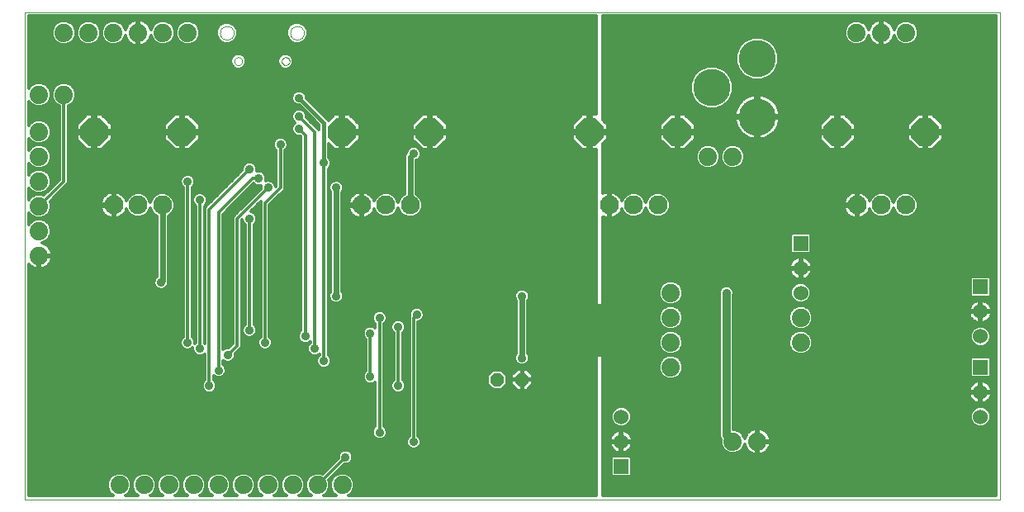
<source format=gbl>
G75*
G70*
%OFA0B0*%
%FSLAX24Y24*%
%IPPOS*%
%LPD*%
%AMOC8*
5,1,8,0,0,1.08239X$1,22.5*
%
%ADD10C,0.0010*%
%ADD11C,0.0760*%
%ADD12OC8,0.1107*%
%ADD13C,0.0740*%
%ADD14R,0.0600X0.0600*%
%ADD15C,0.0600*%
%ADD16C,0.1500*%
%ADD17OC8,0.0560*%
%ADD18C,0.0000*%
%ADD19C,0.0120*%
%ADD20C,0.0356*%
%ADD21C,0.0240*%
%ADD22C,0.0160*%
%ADD23C,0.0320*%
D10*
X002650Y000376D02*
X002650Y020061D01*
X042020Y020061D01*
X042020Y000376D01*
X002650Y000376D01*
D11*
X006251Y012266D03*
X007235Y012266D03*
X008219Y012266D03*
X016251Y012266D03*
X017235Y012266D03*
X018219Y012266D03*
X026251Y012266D03*
X027235Y012266D03*
X028219Y012266D03*
X036251Y012266D03*
X037235Y012266D03*
X038219Y012266D03*
D12*
X039007Y015219D03*
X035463Y015219D03*
X029007Y015219D03*
X025463Y015219D03*
X019007Y015219D03*
X015463Y015219D03*
X009007Y015219D03*
X005463Y015219D03*
D13*
X003235Y015219D03*
X003235Y014219D03*
X003235Y013219D03*
X003235Y012219D03*
X003235Y011219D03*
X003235Y010219D03*
X003235Y016719D03*
X004235Y016719D03*
X004235Y019219D03*
X005235Y019219D03*
X006235Y019219D03*
X007235Y019219D03*
X008235Y019219D03*
X009235Y019219D03*
X028735Y008719D03*
X028735Y007719D03*
X028735Y006719D03*
X028735Y005719D03*
X033985Y006719D03*
X033985Y007719D03*
X032235Y002719D03*
X031235Y002719D03*
X015485Y000969D03*
X014485Y000969D03*
X013485Y000969D03*
X012485Y000969D03*
X011485Y000969D03*
X010485Y000969D03*
X009485Y000969D03*
X008485Y000969D03*
X007485Y000969D03*
X006485Y000969D03*
X030235Y014219D03*
X031235Y014219D03*
X036235Y019219D03*
X037235Y019219D03*
X038235Y019219D03*
D14*
X033985Y010719D03*
X041235Y008969D03*
X041235Y005719D03*
X026735Y001719D03*
D15*
X026735Y002719D03*
X026735Y003719D03*
X033985Y008719D03*
X033985Y009719D03*
X041235Y007969D03*
X041235Y006969D03*
X041235Y004719D03*
X041235Y003719D03*
D16*
X032235Y015825D03*
X030384Y017006D03*
X032235Y018187D03*
D17*
X022735Y005219D03*
X021735Y005219D03*
D18*
X013033Y018077D02*
X013035Y018102D01*
X013041Y018126D01*
X013050Y018148D01*
X013063Y018169D01*
X013079Y018188D01*
X013098Y018204D01*
X013119Y018217D01*
X013141Y018226D01*
X013165Y018232D01*
X013190Y018234D01*
X013215Y018232D01*
X013239Y018226D01*
X013261Y018217D01*
X013282Y018204D01*
X013301Y018188D01*
X013317Y018169D01*
X013330Y018148D01*
X013339Y018126D01*
X013345Y018102D01*
X013347Y018077D01*
X013345Y018052D01*
X013339Y018028D01*
X013330Y018006D01*
X013317Y017985D01*
X013301Y017966D01*
X013282Y017950D01*
X013261Y017937D01*
X013239Y017928D01*
X013215Y017922D01*
X013190Y017920D01*
X013165Y017922D01*
X013141Y017928D01*
X013119Y017937D01*
X013098Y017950D01*
X013079Y017966D01*
X013063Y017985D01*
X013050Y018006D01*
X013041Y018028D01*
X013035Y018052D01*
X013033Y018077D01*
X011123Y018077D02*
X011125Y018102D01*
X011131Y018126D01*
X011140Y018148D01*
X011153Y018169D01*
X011169Y018188D01*
X011188Y018204D01*
X011209Y018217D01*
X011231Y018226D01*
X011255Y018232D01*
X011280Y018234D01*
X011305Y018232D01*
X011329Y018226D01*
X011351Y018217D01*
X011372Y018204D01*
X011391Y018188D01*
X011407Y018169D01*
X011420Y018148D01*
X011429Y018126D01*
X011435Y018102D01*
X011437Y018077D01*
X011435Y018052D01*
X011429Y018028D01*
X011420Y018006D01*
X011407Y017985D01*
X011391Y017966D01*
X011372Y017950D01*
X011351Y017937D01*
X011329Y017928D01*
X011305Y017922D01*
X011280Y017920D01*
X011255Y017922D01*
X011231Y017928D01*
X011209Y017937D01*
X011188Y017950D01*
X011169Y017966D01*
X011153Y017985D01*
X011140Y018006D01*
X011131Y018028D01*
X011125Y018052D01*
X011123Y018077D01*
X010542Y019219D02*
X010544Y019252D01*
X010550Y019284D01*
X010559Y019315D01*
X010572Y019345D01*
X010589Y019373D01*
X010609Y019399D01*
X010632Y019423D01*
X010657Y019443D01*
X010685Y019461D01*
X010714Y019475D01*
X010745Y019485D01*
X010777Y019492D01*
X010810Y019495D01*
X010843Y019494D01*
X010875Y019489D01*
X010906Y019480D01*
X010937Y019468D01*
X010965Y019452D01*
X010992Y019433D01*
X011016Y019411D01*
X011037Y019386D01*
X011056Y019359D01*
X011071Y019330D01*
X011082Y019300D01*
X011090Y019268D01*
X011094Y019235D01*
X011094Y019203D01*
X011090Y019170D01*
X011082Y019138D01*
X011071Y019108D01*
X011056Y019079D01*
X011037Y019052D01*
X011016Y019027D01*
X010992Y019005D01*
X010965Y018986D01*
X010937Y018970D01*
X010906Y018958D01*
X010875Y018949D01*
X010843Y018944D01*
X010810Y018943D01*
X010777Y018946D01*
X010745Y018953D01*
X010714Y018963D01*
X010685Y018977D01*
X010657Y018995D01*
X010632Y019015D01*
X010609Y019039D01*
X010589Y019065D01*
X010572Y019093D01*
X010559Y019123D01*
X010550Y019154D01*
X010544Y019186D01*
X010542Y019219D01*
X013376Y019219D02*
X013378Y019252D01*
X013384Y019284D01*
X013393Y019315D01*
X013406Y019345D01*
X013423Y019373D01*
X013443Y019399D01*
X013466Y019423D01*
X013491Y019443D01*
X013519Y019461D01*
X013548Y019475D01*
X013579Y019485D01*
X013611Y019492D01*
X013644Y019495D01*
X013677Y019494D01*
X013709Y019489D01*
X013740Y019480D01*
X013771Y019468D01*
X013799Y019452D01*
X013826Y019433D01*
X013850Y019411D01*
X013871Y019386D01*
X013890Y019359D01*
X013905Y019330D01*
X013916Y019300D01*
X013924Y019268D01*
X013928Y019235D01*
X013928Y019203D01*
X013924Y019170D01*
X013916Y019138D01*
X013905Y019108D01*
X013890Y019079D01*
X013871Y019052D01*
X013850Y019027D01*
X013826Y019005D01*
X013799Y018986D01*
X013771Y018970D01*
X013740Y018958D01*
X013709Y018949D01*
X013677Y018944D01*
X013644Y018943D01*
X013611Y018946D01*
X013579Y018953D01*
X013548Y018963D01*
X013519Y018977D01*
X013491Y018995D01*
X013466Y019015D01*
X013443Y019039D01*
X013423Y019065D01*
X013406Y019093D01*
X013393Y019123D01*
X013384Y019154D01*
X013378Y019186D01*
X013376Y019219D01*
D19*
X013217Y019179D02*
X011253Y019179D01*
X011253Y019132D02*
X011187Y018972D01*
X011064Y018849D01*
X010904Y018783D01*
X010731Y018783D01*
X010571Y018849D01*
X010448Y018972D01*
X010382Y019132D01*
X010382Y019305D01*
X010448Y019465D01*
X010571Y019588D01*
X010731Y019654D01*
X010904Y019654D01*
X011064Y019588D01*
X011187Y019465D01*
X011253Y019305D01*
X011253Y019132D01*
X011223Y019060D02*
X013246Y019060D01*
X013217Y019132D02*
X013283Y018972D01*
X013405Y018849D01*
X013566Y018783D01*
X013739Y018783D01*
X013899Y018849D01*
X014021Y018972D01*
X014088Y019132D01*
X014088Y019305D01*
X014021Y019465D01*
X013899Y019588D01*
X013739Y019654D01*
X013566Y019654D01*
X013405Y019588D01*
X013283Y019465D01*
X013217Y019305D01*
X013217Y019132D01*
X013217Y019297D02*
X011253Y019297D01*
X011207Y019416D02*
X013262Y019416D01*
X013352Y019534D02*
X011118Y019534D01*
X010908Y019653D02*
X013562Y019653D01*
X013743Y019653D02*
X025735Y019653D01*
X025735Y019771D02*
X002815Y019771D01*
X002815Y019653D02*
X004002Y019653D01*
X003957Y019634D02*
X003819Y019496D01*
X003745Y019316D01*
X003745Y019121D01*
X003819Y018941D01*
X003957Y018803D01*
X004137Y018729D01*
X004332Y018729D01*
X004512Y018803D01*
X004650Y018941D01*
X004725Y019121D01*
X004725Y019316D01*
X004650Y019496D01*
X004512Y019634D01*
X004332Y019709D01*
X004137Y019709D01*
X003957Y019634D01*
X003857Y019534D02*
X002815Y019534D01*
X002815Y019416D02*
X003786Y019416D01*
X003745Y019297D02*
X002815Y019297D01*
X002815Y019179D02*
X003745Y019179D01*
X003770Y019060D02*
X002815Y019060D01*
X002815Y018942D02*
X003819Y018942D01*
X003937Y018823D02*
X002815Y018823D01*
X002815Y018705D02*
X007102Y018705D01*
X007111Y018702D02*
X007193Y018689D01*
X007195Y018689D01*
X007195Y019179D01*
X007275Y019179D01*
X007275Y018689D01*
X007277Y018689D01*
X007359Y018702D01*
X007438Y018727D01*
X007513Y018765D01*
X007580Y018814D01*
X007639Y018873D01*
X007688Y018941D01*
X007726Y019015D01*
X007752Y019095D01*
X007753Y019102D01*
X007819Y018941D01*
X007957Y018803D01*
X008137Y018729D01*
X008332Y018729D01*
X008512Y018803D01*
X008650Y018941D01*
X008725Y019121D01*
X008725Y019316D01*
X008650Y019496D01*
X008512Y019634D01*
X008332Y019709D01*
X008137Y019709D01*
X007957Y019634D01*
X007819Y019496D01*
X007753Y019336D01*
X007752Y019343D01*
X007726Y019422D01*
X007688Y019496D01*
X007639Y019564D01*
X007580Y019623D01*
X007513Y019672D01*
X007438Y019710D01*
X007359Y019736D01*
X007277Y019749D01*
X007275Y019749D01*
X007275Y019259D01*
X007195Y019259D01*
X007195Y019749D01*
X007193Y019749D01*
X007111Y019736D01*
X007031Y019710D01*
X006957Y019672D01*
X006890Y019623D01*
X006831Y019564D01*
X006782Y019496D01*
X006744Y019422D01*
X006718Y019343D01*
X006717Y019336D01*
X006650Y019496D01*
X006512Y019634D01*
X006332Y019709D01*
X006137Y019709D01*
X005957Y019634D01*
X005819Y019496D01*
X005745Y019316D01*
X005745Y019121D01*
X005819Y018941D01*
X005957Y018803D01*
X006137Y018729D01*
X006332Y018729D01*
X006512Y018803D01*
X006650Y018941D01*
X006717Y019102D01*
X006718Y019095D01*
X006744Y019015D01*
X006782Y018941D01*
X006831Y018873D01*
X006890Y018814D01*
X006957Y018765D01*
X007031Y018727D01*
X007111Y018702D01*
X007195Y018705D02*
X007275Y018705D01*
X007368Y018705D02*
X025735Y018705D01*
X025735Y018823D02*
X013836Y018823D01*
X013991Y018942D02*
X025735Y018942D01*
X025735Y019060D02*
X014058Y019060D01*
X014088Y019179D02*
X025735Y019179D01*
X025735Y019297D02*
X014088Y019297D01*
X014042Y019416D02*
X025735Y019416D01*
X025735Y019534D02*
X013953Y019534D01*
X013313Y018942D02*
X011157Y018942D01*
X011001Y018823D02*
X013469Y018823D01*
X013253Y018394D02*
X013126Y018394D01*
X013010Y018346D01*
X012920Y018257D01*
X012872Y018140D01*
X012872Y018014D01*
X012920Y017897D01*
X013010Y017808D01*
X013126Y017759D01*
X013253Y017759D01*
X013369Y017808D01*
X013459Y017897D01*
X013507Y018014D01*
X013507Y018140D01*
X013459Y018257D01*
X013369Y018346D01*
X013253Y018394D01*
X013362Y018349D02*
X025735Y018349D01*
X025735Y018231D02*
X013470Y018231D01*
X013507Y018112D02*
X025735Y018112D01*
X025735Y017994D02*
X013499Y017994D01*
X013437Y017875D02*
X025735Y017875D01*
X025735Y017757D02*
X002815Y017757D01*
X002815Y017875D02*
X011033Y017875D01*
X011011Y017897D02*
X011100Y017808D01*
X011217Y017759D01*
X011343Y017759D01*
X011460Y017808D01*
X011549Y017897D01*
X011598Y018014D01*
X011598Y018140D01*
X011549Y018257D01*
X011460Y018346D01*
X011343Y018394D01*
X011217Y018394D01*
X011100Y018346D01*
X011011Y018257D01*
X010963Y018140D01*
X010963Y018014D01*
X011011Y017897D01*
X010971Y017994D02*
X002815Y017994D01*
X002815Y018112D02*
X010963Y018112D01*
X011000Y018231D02*
X002815Y018231D01*
X002815Y018349D02*
X011108Y018349D01*
X011452Y018349D02*
X013017Y018349D01*
X012910Y018231D02*
X011560Y018231D01*
X011598Y018112D02*
X012872Y018112D01*
X012880Y017994D02*
X011589Y017994D01*
X011527Y017875D02*
X012942Y017875D01*
X013566Y016846D02*
X013482Y016762D01*
X013437Y016653D01*
X013437Y016534D01*
X013482Y016425D01*
X013566Y016341D01*
X013676Y016296D01*
X013750Y016296D01*
X014535Y015511D01*
X014535Y015298D01*
X014033Y015800D01*
X014033Y015903D01*
X013988Y016012D01*
X013904Y016096D01*
X013794Y016142D01*
X013676Y016142D01*
X013566Y016096D01*
X013482Y016012D01*
X013437Y015903D01*
X013437Y015784D01*
X013482Y015675D01*
X013563Y015594D01*
X013482Y015512D01*
X013437Y015403D01*
X013437Y015284D01*
X013482Y015175D01*
X013566Y015091D01*
X013676Y015046D01*
X013778Y015046D01*
X013805Y015019D01*
X013805Y007210D01*
X012540Y007210D01*
X012540Y007092D02*
X013713Y007092D01*
X013732Y007137D02*
X013687Y007028D01*
X013687Y006909D01*
X013732Y006800D01*
X013816Y006716D01*
X013926Y006671D01*
X014044Y006671D01*
X014154Y006716D01*
X014180Y006742D01*
X014180Y006710D01*
X014107Y006637D01*
X014062Y006528D01*
X014062Y006409D01*
X014107Y006300D01*
X014191Y006216D01*
X014301Y006171D01*
X014419Y006171D01*
X014529Y006216D01*
X014555Y006242D01*
X014555Y006210D01*
X014482Y006137D01*
X014437Y006028D01*
X014437Y005909D01*
X014482Y005800D01*
X014566Y005716D01*
X014676Y005671D01*
X014794Y005671D01*
X014904Y005716D01*
X014988Y005800D01*
X015033Y005909D01*
X015033Y006028D01*
X014988Y006137D01*
X014915Y006210D01*
X014915Y013727D01*
X014988Y013800D01*
X015033Y013909D01*
X015033Y014028D01*
X014988Y014137D01*
X014935Y014190D01*
X014935Y014738D01*
X015168Y014505D01*
X015403Y014505D01*
X015403Y015159D01*
X015523Y015159D01*
X015523Y015279D01*
X015403Y015279D01*
X015403Y015932D01*
X015168Y015932D01*
X014923Y015688D01*
X014818Y015794D01*
X014033Y016578D01*
X014033Y016653D01*
X013988Y016762D01*
X013904Y016846D01*
X013794Y016892D01*
X013676Y016892D01*
X013566Y016846D01*
X013528Y016809D02*
X004725Y016809D01*
X004725Y016816D02*
X004650Y016996D01*
X004512Y017134D01*
X004332Y017209D01*
X004137Y017209D01*
X003957Y017134D01*
X003819Y016996D01*
X003745Y016816D01*
X003745Y016621D01*
X003819Y016441D01*
X003957Y016303D01*
X004055Y016263D01*
X004055Y013293D01*
X003430Y012668D01*
X003332Y012709D01*
X003137Y012709D01*
X002957Y012634D01*
X002819Y012496D01*
X002815Y012485D01*
X002815Y012952D01*
X002819Y012941D01*
X002957Y012803D01*
X003137Y012729D01*
X003332Y012729D01*
X003512Y012803D01*
X003650Y012941D01*
X003725Y013121D01*
X003725Y013316D01*
X003650Y013496D01*
X003512Y013634D01*
X003332Y013709D01*
X003137Y013709D01*
X002957Y013634D01*
X002819Y013496D01*
X002815Y013485D01*
X002815Y013952D01*
X002819Y013941D01*
X002957Y013803D01*
X003137Y013729D01*
X003332Y013729D01*
X003512Y013803D01*
X003650Y013941D01*
X003725Y014121D01*
X003725Y014316D01*
X003650Y014496D01*
X003512Y014634D01*
X003332Y014709D01*
X003137Y014709D01*
X002957Y014634D01*
X002819Y014496D01*
X002815Y014485D01*
X002815Y014952D01*
X002819Y014941D01*
X002957Y014803D01*
X003137Y014729D01*
X003332Y014729D01*
X003512Y014803D01*
X003650Y014941D01*
X003725Y015121D01*
X003725Y015316D01*
X003650Y015496D01*
X003512Y015634D01*
X003332Y015709D01*
X003137Y015709D01*
X002957Y015634D01*
X002819Y015496D01*
X002815Y015485D01*
X002815Y016452D01*
X002819Y016441D01*
X002957Y016303D01*
X003137Y016229D01*
X003332Y016229D01*
X003512Y016303D01*
X003650Y016441D01*
X003725Y016621D01*
X003725Y016816D01*
X003650Y016996D01*
X003512Y017134D01*
X003332Y017209D01*
X003137Y017209D01*
X002957Y017134D01*
X002819Y016996D01*
X002815Y016985D01*
X002815Y019896D01*
X025735Y019896D01*
X025735Y015932D01*
X025523Y015932D01*
X025523Y015279D01*
X025403Y015279D01*
X025403Y015932D01*
X025168Y015932D01*
X024749Y015514D01*
X024749Y015279D01*
X025403Y015279D01*
X025403Y015159D01*
X024749Y015159D01*
X024749Y014923D01*
X025168Y014505D01*
X025403Y014505D01*
X025403Y015159D01*
X025523Y015159D01*
X025523Y014505D01*
X025735Y014505D01*
X025735Y012426D01*
X025724Y012392D01*
X025711Y012308D01*
X025711Y012304D01*
X025735Y012304D01*
X025735Y012227D01*
X025711Y012227D01*
X025711Y012223D01*
X025724Y012139D01*
X025735Y012106D01*
X025735Y008219D01*
X025985Y008219D01*
X025985Y011795D01*
X026043Y011765D01*
X026124Y011739D01*
X026208Y011726D01*
X026212Y011726D01*
X026212Y012227D01*
X026289Y012227D01*
X026289Y011726D01*
X026293Y011726D01*
X026377Y011739D01*
X026458Y011765D01*
X026534Y011804D01*
X026602Y011854D01*
X026662Y011914D01*
X026712Y011983D01*
X026751Y012059D01*
X026764Y012097D01*
X026811Y011983D01*
X026952Y011842D01*
X027135Y011766D01*
X027334Y011766D01*
X027518Y011842D01*
X027659Y011983D01*
X027727Y012147D01*
X027795Y011983D01*
X027936Y011842D01*
X028120Y011766D01*
X028319Y011766D01*
X028502Y011842D01*
X028643Y011983D01*
X028719Y012166D01*
X028719Y012365D01*
X028643Y012549D01*
X028502Y012690D01*
X028319Y012766D01*
X028120Y012766D01*
X027936Y012690D01*
X027795Y012549D01*
X027727Y012384D01*
X027659Y012549D01*
X027518Y012690D01*
X027334Y012766D01*
X027135Y012766D01*
X026952Y012690D01*
X026811Y012549D01*
X026764Y012435D01*
X026751Y012473D01*
X026712Y012549D01*
X026662Y012618D01*
X026602Y012678D01*
X026534Y012728D01*
X026458Y012766D01*
X026377Y012793D01*
X026293Y012806D01*
X026289Y012806D01*
X026289Y012304D01*
X026212Y012304D01*
X026212Y012806D01*
X026208Y012806D01*
X026124Y012793D01*
X026043Y012766D01*
X025985Y012737D01*
X025985Y014731D01*
X026177Y014923D01*
X026177Y015159D01*
X025985Y015159D01*
X025985Y015279D01*
X026177Y015279D01*
X026177Y015514D01*
X025985Y015706D01*
X025985Y019896D01*
X041855Y019896D01*
X041855Y000541D01*
X025985Y000541D01*
X025985Y006219D01*
X025735Y006219D01*
X025735Y000541D01*
X015733Y000541D01*
X015762Y000553D01*
X015900Y000691D01*
X015975Y000871D01*
X015975Y001066D01*
X015900Y001246D01*
X015762Y001384D01*
X015582Y001459D01*
X015387Y001459D01*
X015207Y001384D01*
X015069Y001246D01*
X014995Y001066D01*
X014995Y000871D01*
X015069Y000691D01*
X015207Y000553D01*
X015237Y000541D01*
X014733Y000541D01*
X014762Y000553D01*
X014900Y000691D01*
X014975Y000871D01*
X014975Y001066D01*
X014934Y001164D01*
X015566Y001796D01*
X015669Y001796D01*
X015779Y001841D01*
X015863Y001925D01*
X015908Y002034D01*
X015908Y002153D01*
X015863Y002262D01*
X015779Y002346D01*
X015669Y002392D01*
X015551Y002392D01*
X015441Y002346D01*
X015357Y002262D01*
X015312Y002153D01*
X015312Y002050D01*
X014680Y001418D01*
X014582Y001459D01*
X014387Y001459D01*
X014207Y001384D01*
X014069Y001246D01*
X013995Y001066D01*
X013995Y000871D01*
X014069Y000691D01*
X014207Y000553D01*
X014237Y000541D01*
X013733Y000541D01*
X013762Y000553D01*
X013900Y000691D01*
X013975Y000871D01*
X013975Y001066D01*
X013900Y001246D01*
X013762Y001384D01*
X013582Y001459D01*
X013387Y001459D01*
X013207Y001384D01*
X013069Y001246D01*
X012995Y001066D01*
X012995Y000871D01*
X013069Y000691D01*
X013207Y000553D01*
X013237Y000541D01*
X012733Y000541D01*
X012762Y000553D01*
X012900Y000691D01*
X012975Y000871D01*
X012975Y001066D01*
X012900Y001246D01*
X012762Y001384D01*
X012582Y001459D01*
X012387Y001459D01*
X012207Y001384D01*
X012069Y001246D01*
X011995Y001066D01*
X011995Y000871D01*
X012069Y000691D01*
X012207Y000553D01*
X012237Y000541D01*
X011733Y000541D01*
X011762Y000553D01*
X011900Y000691D01*
X011975Y000871D01*
X011975Y001066D01*
X011900Y001246D01*
X011762Y001384D01*
X011582Y001459D01*
X011387Y001459D01*
X011207Y001384D01*
X011069Y001246D01*
X010995Y001066D01*
X010995Y000871D01*
X011069Y000691D01*
X011207Y000553D01*
X011237Y000541D01*
X010733Y000541D01*
X010762Y000553D01*
X010900Y000691D01*
X010975Y000871D01*
X010975Y001066D01*
X010900Y001246D01*
X010762Y001384D01*
X010582Y001459D01*
X010387Y001459D01*
X010207Y001384D01*
X010069Y001246D01*
X009995Y001066D01*
X009995Y000871D01*
X010069Y000691D01*
X010207Y000553D01*
X010237Y000541D01*
X009733Y000541D01*
X009762Y000553D01*
X009900Y000691D01*
X009975Y000871D01*
X009975Y001066D01*
X009900Y001246D01*
X009762Y001384D01*
X009582Y001459D01*
X009387Y001459D01*
X009207Y001384D01*
X009069Y001246D01*
X008995Y001066D01*
X008995Y000871D01*
X009069Y000691D01*
X009207Y000553D01*
X009237Y000541D01*
X008733Y000541D01*
X008762Y000553D01*
X008900Y000691D01*
X008975Y000871D01*
X008975Y001066D01*
X008900Y001246D01*
X008762Y001384D01*
X008582Y001459D01*
X008387Y001459D01*
X008207Y001384D01*
X008069Y001246D01*
X007995Y001066D01*
X007995Y000871D01*
X008069Y000691D01*
X008207Y000553D01*
X008237Y000541D01*
X007733Y000541D01*
X007762Y000553D01*
X007900Y000691D01*
X007975Y000871D01*
X007975Y001066D01*
X007900Y001246D01*
X007762Y001384D01*
X007582Y001459D01*
X007387Y001459D01*
X007207Y001384D01*
X007069Y001246D01*
X006995Y001066D01*
X006995Y000871D01*
X007069Y000691D01*
X007207Y000553D01*
X007237Y000541D01*
X006733Y000541D01*
X006762Y000553D01*
X006900Y000691D01*
X006975Y000871D01*
X006975Y001066D01*
X006900Y001246D01*
X006762Y001384D01*
X006582Y001459D01*
X006387Y001459D01*
X006207Y001384D01*
X006069Y001246D01*
X005995Y001066D01*
X005995Y000871D01*
X006069Y000691D01*
X006207Y000553D01*
X006237Y000541D01*
X002815Y000541D01*
X002815Y009895D01*
X002831Y009873D01*
X002890Y009814D01*
X002957Y009765D01*
X003031Y009727D01*
X003111Y009702D01*
X003193Y009689D01*
X003195Y009689D01*
X003195Y010179D01*
X003275Y010179D01*
X003275Y010259D01*
X003765Y010259D01*
X003765Y010260D01*
X003752Y010343D01*
X003726Y010422D01*
X003688Y010496D01*
X003639Y010564D01*
X003580Y010623D01*
X003513Y010672D01*
X003438Y010710D01*
X003359Y010736D01*
X003352Y010737D01*
X003512Y010803D01*
X003650Y010941D01*
X003725Y011121D01*
X003725Y011316D01*
X003650Y011496D01*
X003512Y011634D01*
X003332Y011709D01*
X003137Y011709D01*
X002957Y011634D01*
X002819Y011496D01*
X002815Y011485D01*
X002815Y011952D01*
X002819Y011941D01*
X002957Y011803D01*
X003137Y011729D01*
X003332Y011729D01*
X003512Y011803D01*
X003650Y011941D01*
X003725Y012121D01*
X003725Y012316D01*
X003684Y012414D01*
X004309Y013039D01*
X004415Y013144D01*
X004415Y016263D01*
X004512Y016303D01*
X004650Y016441D01*
X004725Y016621D01*
X004725Y016816D01*
X004679Y016927D02*
X025735Y016927D01*
X025735Y016809D02*
X013941Y016809D01*
X014018Y016690D02*
X025735Y016690D01*
X025735Y016572D02*
X014040Y016572D01*
X014158Y016453D02*
X025735Y016453D01*
X025735Y016335D02*
X014277Y016335D01*
X014395Y016216D02*
X025735Y016216D01*
X025735Y016098D02*
X014514Y016098D01*
X014632Y015979D02*
X025735Y015979D01*
X025523Y015861D02*
X025403Y015861D01*
X025403Y015742D02*
X025523Y015742D01*
X025523Y015624D02*
X025403Y015624D01*
X025403Y015505D02*
X025523Y015505D01*
X025523Y015387D02*
X025403Y015387D01*
X025403Y015268D02*
X019067Y015268D01*
X019067Y015279D02*
X019720Y015279D01*
X019720Y015514D01*
X019302Y015932D01*
X019067Y015932D01*
X019067Y015279D01*
X019067Y015159D01*
X019720Y015159D01*
X019720Y014923D01*
X019302Y014505D01*
X019067Y014505D01*
X019067Y015159D01*
X018947Y015159D01*
X018947Y014505D01*
X018711Y014505D01*
X018293Y014923D01*
X018293Y015159D01*
X018946Y015159D01*
X018946Y015279D01*
X018293Y015279D01*
X018293Y015514D01*
X018711Y015932D01*
X018947Y015932D01*
X018947Y015279D01*
X019067Y015279D01*
X019067Y015387D02*
X018947Y015387D01*
X018947Y015505D02*
X019067Y015505D01*
X019067Y015624D02*
X018947Y015624D01*
X018947Y015742D02*
X019067Y015742D01*
X019067Y015861D02*
X018947Y015861D01*
X018639Y015861D02*
X015830Y015861D01*
X015759Y015932D02*
X015523Y015932D01*
X015523Y015279D01*
X016177Y015279D01*
X016177Y015514D01*
X015759Y015932D01*
X015523Y015861D02*
X015403Y015861D01*
X015403Y015742D02*
X015523Y015742D01*
X015523Y015624D02*
X015403Y015624D01*
X015403Y015505D02*
X015523Y015505D01*
X015523Y015387D02*
X015403Y015387D01*
X015523Y015268D02*
X018946Y015268D01*
X018947Y015150D02*
X019067Y015150D01*
X019067Y015031D02*
X018947Y015031D01*
X018947Y014913D02*
X019067Y014913D01*
X019067Y014794D02*
X018947Y014794D01*
X018947Y014676D02*
X019067Y014676D01*
X019067Y014557D02*
X018947Y014557D01*
X018659Y014557D02*
X018568Y014557D01*
X018529Y014596D02*
X018419Y014642D01*
X018301Y014642D01*
X018191Y014596D01*
X018107Y014512D01*
X018062Y014403D01*
X018062Y014385D01*
X018016Y014339D01*
X017979Y014251D01*
X017979Y012708D01*
X017936Y012690D01*
X017795Y012549D01*
X017727Y012384D01*
X017659Y012549D01*
X017518Y012690D01*
X017334Y012766D01*
X017135Y012766D01*
X016952Y012690D01*
X016811Y012549D01*
X016764Y012435D01*
X016751Y012473D01*
X016712Y012549D01*
X016662Y012618D01*
X016602Y012678D01*
X016534Y012728D01*
X016458Y012766D01*
X016377Y012793D01*
X016293Y012806D01*
X016289Y012806D01*
X016289Y012304D01*
X016212Y012304D01*
X016212Y012227D01*
X016289Y012227D01*
X016289Y011726D01*
X016293Y011726D01*
X016377Y011739D01*
X016458Y011765D01*
X016534Y011804D01*
X016602Y011854D01*
X016662Y011914D01*
X016712Y011983D01*
X016751Y012059D01*
X016764Y012097D01*
X016811Y011983D01*
X016952Y011842D01*
X017135Y011766D01*
X017334Y011766D01*
X017518Y011842D01*
X017659Y011983D01*
X017727Y012147D01*
X017795Y011983D01*
X017936Y011842D01*
X018120Y011766D01*
X018319Y011766D01*
X018502Y011842D01*
X018643Y011983D01*
X018719Y012166D01*
X018719Y012365D01*
X018643Y012549D01*
X018502Y012690D01*
X018459Y012708D01*
X018459Y014062D01*
X018529Y014091D01*
X018613Y014175D01*
X018658Y014284D01*
X018658Y014403D01*
X018613Y014512D01*
X018529Y014596D01*
X018540Y014676D02*
X015930Y014676D01*
X016048Y014794D02*
X018422Y014794D01*
X018303Y014913D02*
X016167Y014913D01*
X016177Y014923D02*
X016177Y015159D01*
X015523Y015159D01*
X015523Y014505D01*
X015759Y014505D01*
X016177Y014923D01*
X016177Y015031D02*
X018293Y015031D01*
X018293Y015150D02*
X016177Y015150D01*
X016177Y015387D02*
X018293Y015387D01*
X018293Y015505D02*
X016177Y015505D01*
X016067Y015624D02*
X018402Y015624D01*
X018521Y015742D02*
X015949Y015742D01*
X015096Y015861D02*
X014751Y015861D01*
X014869Y015742D02*
X014977Y015742D01*
X014535Y015505D02*
X014328Y015505D01*
X014422Y015624D02*
X014209Y015624D01*
X014303Y015742D02*
X014091Y015742D01*
X014033Y015861D02*
X014185Y015861D01*
X014066Y015979D02*
X014001Y015979D01*
X013948Y016098D02*
X013901Y016098D01*
X013829Y016216D02*
X004415Y016216D01*
X004415Y016098D02*
X013569Y016098D01*
X013468Y015979D02*
X004415Y015979D01*
X004415Y015861D02*
X005096Y015861D01*
X005168Y015932D02*
X004749Y015514D01*
X004749Y015279D01*
X005403Y015279D01*
X005403Y015932D01*
X005168Y015932D01*
X005403Y015861D02*
X005523Y015861D01*
X005523Y015932D02*
X005759Y015932D01*
X006177Y015514D01*
X006177Y015279D01*
X005523Y015279D01*
X005403Y015279D01*
X005403Y015159D01*
X004749Y015159D01*
X004749Y014923D01*
X005168Y014505D01*
X005403Y014505D01*
X005403Y015159D01*
X005523Y015159D01*
X005523Y015279D01*
X005523Y015932D01*
X005523Y015742D02*
X005403Y015742D01*
X005403Y015624D02*
X005523Y015624D01*
X005523Y015505D02*
X005403Y015505D01*
X005403Y015387D02*
X005523Y015387D01*
X005523Y015268D02*
X008946Y015268D01*
X008946Y015279D02*
X008946Y015159D01*
X008293Y015159D01*
X008293Y014923D01*
X008711Y014505D01*
X008947Y014505D01*
X008947Y015159D01*
X009067Y015159D01*
X009067Y015279D01*
X009720Y015279D01*
X009720Y015514D01*
X009302Y015932D01*
X009067Y015932D01*
X009067Y015279D01*
X008947Y015279D01*
X008947Y015932D01*
X008711Y015932D01*
X008293Y015514D01*
X008293Y015279D01*
X008946Y015279D01*
X008947Y015387D02*
X009067Y015387D01*
X009067Y015505D02*
X008947Y015505D01*
X008947Y015624D02*
X009067Y015624D01*
X009067Y015742D02*
X008947Y015742D01*
X008947Y015861D02*
X009067Y015861D01*
X009374Y015861D02*
X013437Y015861D01*
X013454Y015742D02*
X009492Y015742D01*
X009611Y015624D02*
X013533Y015624D01*
X013479Y015505D02*
X009720Y015505D01*
X009720Y015387D02*
X013437Y015387D01*
X013443Y015268D02*
X009067Y015268D01*
X009067Y015159D02*
X009720Y015159D01*
X009720Y014923D01*
X009302Y014505D01*
X009067Y014505D01*
X009067Y015159D01*
X009067Y015150D02*
X008947Y015150D01*
X008947Y015031D02*
X009067Y015031D01*
X009067Y014913D02*
X008947Y014913D01*
X008947Y014794D02*
X009067Y014794D01*
X009067Y014676D02*
X008947Y014676D01*
X008947Y014557D02*
X009067Y014557D01*
X009354Y014557D02*
X012729Y014557D01*
X012732Y014550D02*
X012805Y014477D01*
X012805Y013043D01*
X012783Y013021D01*
X012783Y013028D01*
X012738Y013137D01*
X012654Y013221D01*
X012544Y013267D01*
X012426Y013267D01*
X012396Y013254D01*
X012408Y013284D01*
X012408Y013403D01*
X012363Y013512D01*
X012279Y013596D01*
X012169Y013642D01*
X012051Y013642D01*
X012021Y013629D01*
X012033Y013659D01*
X012033Y013778D01*
X011988Y013887D01*
X011904Y013971D01*
X011794Y014017D01*
X011676Y014017D01*
X011566Y013971D01*
X011482Y013887D01*
X011437Y013778D01*
X011437Y013675D01*
X010035Y012274D01*
X009930Y012168D01*
X009930Y006695D01*
X009915Y006710D01*
X009915Y012227D01*
X009988Y012300D01*
X010033Y012409D01*
X010033Y012528D01*
X009988Y012637D01*
X009904Y012721D01*
X009794Y012767D01*
X009676Y012767D01*
X009566Y012721D01*
X009482Y012637D01*
X009437Y012528D01*
X009437Y012409D01*
X009482Y012300D01*
X009555Y012227D01*
X009555Y006710D01*
X009533Y006688D01*
X009533Y006778D01*
X009488Y006887D01*
X009415Y006960D01*
X009415Y012977D01*
X009488Y013050D01*
X009533Y013159D01*
X009533Y013278D01*
X009488Y013387D01*
X009404Y013471D01*
X009294Y013517D01*
X009176Y013517D01*
X009066Y013471D01*
X008982Y013387D01*
X008937Y013278D01*
X008937Y013159D01*
X008982Y013050D01*
X009055Y012977D01*
X009055Y006960D01*
X008982Y006887D01*
X008937Y006778D01*
X008937Y006659D01*
X008982Y006550D01*
X009066Y006466D01*
X009176Y006421D01*
X009294Y006421D01*
X009404Y006466D01*
X009437Y006499D01*
X009437Y006409D01*
X009482Y006300D01*
X009566Y006216D01*
X009676Y006171D01*
X009794Y006171D01*
X009904Y006216D01*
X009930Y006242D01*
X009930Y005210D01*
X009857Y005137D01*
X009812Y005028D01*
X009812Y004909D01*
X009857Y004800D01*
X009941Y004716D01*
X010051Y004671D01*
X010169Y004671D01*
X010279Y004716D01*
X010363Y004800D01*
X010408Y004909D01*
X010408Y005028D01*
X010363Y005137D01*
X010290Y005210D01*
X010290Y005367D01*
X010316Y005341D01*
X010426Y005296D01*
X010544Y005296D01*
X010654Y005341D01*
X010738Y005425D01*
X010783Y005534D01*
X010783Y005653D01*
X010738Y005762D01*
X010665Y005835D01*
X010665Y005992D01*
X010691Y005966D01*
X010801Y005921D01*
X010919Y005921D01*
X011029Y005966D01*
X011113Y006050D01*
X011158Y006159D01*
X011158Y006262D01*
X014145Y006262D01*
X014074Y006381D02*
X011276Y006381D01*
X011158Y006262D02*
X011415Y006519D01*
X011415Y011644D01*
X011437Y011666D01*
X011437Y011659D01*
X011482Y011550D01*
X011555Y011477D01*
X011555Y007460D01*
X011482Y007387D01*
X011437Y007278D01*
X011437Y007159D01*
X011482Y007050D01*
X011566Y006966D01*
X011676Y006921D01*
X011794Y006921D01*
X011904Y006966D01*
X011988Y007050D01*
X012033Y007159D01*
X012033Y007278D01*
X011988Y007387D01*
X011915Y007460D01*
X011915Y011477D01*
X011988Y011550D01*
X012033Y011659D01*
X012033Y011778D01*
X011988Y011887D01*
X011904Y011971D01*
X011794Y012017D01*
X011788Y012017D01*
X012180Y012409D01*
X012180Y006960D01*
X012107Y006887D01*
X012062Y006778D01*
X012062Y006659D01*
X012107Y006550D01*
X012191Y006466D01*
X012301Y006421D01*
X012419Y006421D01*
X012529Y006466D01*
X012613Y006550D01*
X012658Y006659D01*
X012658Y006778D01*
X012613Y006887D01*
X012540Y006960D01*
X012540Y012269D01*
X013059Y012789D01*
X013165Y012894D01*
X013165Y014477D01*
X013238Y014550D01*
X013283Y014659D01*
X013283Y014778D01*
X013238Y014887D01*
X013154Y014971D01*
X013044Y015017D01*
X012926Y015017D01*
X012816Y014971D01*
X012732Y014887D01*
X012687Y014778D01*
X012687Y014659D01*
X012732Y014550D01*
X012805Y014439D02*
X004415Y014439D01*
X004415Y014557D02*
X005115Y014557D01*
X004997Y014676D02*
X004415Y014676D01*
X004415Y014794D02*
X004878Y014794D01*
X004760Y014913D02*
X004415Y014913D01*
X004415Y015031D02*
X004749Y015031D01*
X004749Y015150D02*
X004415Y015150D01*
X004415Y015268D02*
X005403Y015268D01*
X005403Y015150D02*
X005523Y015150D01*
X005523Y015159D02*
X005523Y014505D01*
X005759Y014505D01*
X006177Y014923D01*
X006177Y015159D01*
X005523Y015159D01*
X005523Y015031D02*
X005403Y015031D01*
X005403Y014913D02*
X005523Y014913D01*
X005523Y014794D02*
X005403Y014794D01*
X005403Y014676D02*
X005523Y014676D01*
X005523Y014557D02*
X005403Y014557D01*
X005811Y014557D02*
X008659Y014557D01*
X008540Y014676D02*
X005930Y014676D01*
X006048Y014794D02*
X008422Y014794D01*
X008303Y014913D02*
X006167Y014913D01*
X006177Y015031D02*
X008293Y015031D01*
X008293Y015150D02*
X006177Y015150D01*
X006177Y015387D02*
X008293Y015387D01*
X008293Y015505D02*
X006177Y015505D01*
X006067Y015624D02*
X008402Y015624D01*
X008521Y015742D02*
X005949Y015742D01*
X005830Y015861D02*
X008639Y015861D01*
X009720Y015150D02*
X013507Y015150D01*
X013735Y015344D02*
X013985Y015094D01*
X013985Y006969D01*
X013687Y006973D02*
X012540Y006973D01*
X012626Y006855D02*
X013709Y006855D01*
X013796Y006736D02*
X012658Y006736D01*
X012641Y006618D02*
X014099Y006618D01*
X014062Y006499D02*
X012562Y006499D01*
X012360Y006719D02*
X012360Y012344D01*
X012985Y012969D01*
X012985Y014719D01*
X013212Y014913D02*
X013805Y014913D01*
X013793Y015031D02*
X009720Y015031D01*
X009710Y014913D02*
X012757Y014913D01*
X012693Y014794D02*
X009591Y014794D01*
X009473Y014676D02*
X012687Y014676D01*
X012805Y014320D02*
X004415Y014320D01*
X004415Y014202D02*
X012805Y014202D01*
X012805Y014083D02*
X004415Y014083D01*
X004415Y013965D02*
X011559Y013965D01*
X011465Y013846D02*
X004415Y013846D01*
X004415Y013728D02*
X011437Y013728D01*
X011371Y013609D02*
X004415Y013609D01*
X004415Y013491D02*
X009113Y013491D01*
X008976Y013372D02*
X004415Y013372D01*
X004415Y013254D02*
X008937Y013254D01*
X008947Y013135D02*
X004406Y013135D01*
X004287Y013017D02*
X009015Y013017D01*
X009055Y012898D02*
X004169Y012898D01*
X004050Y012780D02*
X006084Y012780D01*
X006124Y012793D02*
X006043Y012766D01*
X005968Y012728D01*
X005899Y012678D01*
X005839Y012618D01*
X005789Y012549D01*
X005750Y012473D01*
X005724Y012392D01*
X005711Y012308D01*
X005711Y012304D01*
X006212Y012304D01*
X006212Y012227D01*
X006289Y012227D01*
X006289Y011726D01*
X006293Y011726D01*
X006377Y011739D01*
X006458Y011765D01*
X006534Y011804D01*
X006602Y011854D01*
X006662Y011914D01*
X006712Y011983D01*
X006751Y012059D01*
X006764Y012097D01*
X006811Y011983D01*
X006952Y011842D01*
X007135Y011766D01*
X007334Y011766D01*
X007518Y011842D01*
X007659Y011983D01*
X007727Y012147D01*
X007795Y011983D01*
X007936Y011842D01*
X007979Y011824D01*
X007979Y009384D01*
X007920Y009325D01*
X007874Y009215D01*
X007874Y009097D01*
X007920Y008987D01*
X008003Y008903D01*
X008113Y008858D01*
X008232Y008858D01*
X008341Y008903D01*
X008425Y008987D01*
X008470Y009097D01*
X008470Y009215D01*
X008459Y009243D01*
X008459Y011824D01*
X008502Y011842D01*
X008643Y011983D01*
X008719Y012166D01*
X008719Y012365D01*
X008643Y012549D01*
X008502Y012690D01*
X008319Y012766D01*
X008120Y012766D01*
X007936Y012690D01*
X007795Y012549D01*
X007727Y012384D01*
X007659Y012549D01*
X007518Y012690D01*
X007334Y012766D01*
X007135Y012766D01*
X006952Y012690D01*
X006811Y012549D01*
X006764Y012435D01*
X006751Y012473D01*
X006712Y012549D01*
X006662Y012618D01*
X006602Y012678D01*
X006534Y012728D01*
X006458Y012766D01*
X006377Y012793D01*
X006293Y012806D01*
X006289Y012806D01*
X006289Y012304D01*
X006212Y012304D01*
X006212Y012806D01*
X006208Y012806D01*
X006124Y012793D01*
X006212Y012780D02*
X006289Y012780D01*
X006289Y012661D02*
X006212Y012661D01*
X006212Y012543D02*
X006289Y012543D01*
X006289Y012424D02*
X006212Y012424D01*
X006212Y012306D02*
X006289Y012306D01*
X006212Y012227D02*
X005711Y012227D01*
X005711Y012223D01*
X005724Y012139D01*
X005750Y012059D01*
X005789Y011983D01*
X005839Y011914D01*
X005899Y011854D01*
X005968Y011804D01*
X006043Y011765D01*
X006124Y011739D01*
X006208Y011726D01*
X006212Y011726D01*
X006212Y012227D01*
X006212Y012187D02*
X006289Y012187D01*
X006289Y012069D02*
X006212Y012069D01*
X006212Y011950D02*
X006289Y011950D01*
X006289Y011832D02*
X006212Y011832D01*
X005930Y011832D02*
X003541Y011832D01*
X003654Y011950D02*
X005813Y011950D01*
X005747Y012069D02*
X003703Y012069D01*
X003725Y012187D02*
X005716Y012187D01*
X005711Y012306D02*
X003725Y012306D01*
X003695Y012424D02*
X005734Y012424D01*
X005786Y012543D02*
X003813Y012543D01*
X003932Y012661D02*
X005882Y012661D01*
X006417Y012780D02*
X009055Y012780D01*
X009055Y012661D02*
X008531Y012661D01*
X008646Y012543D02*
X009055Y012543D01*
X009055Y012424D02*
X008695Y012424D01*
X008719Y012306D02*
X009055Y012306D01*
X009055Y012187D02*
X008719Y012187D01*
X008679Y012069D02*
X009055Y012069D01*
X009055Y011950D02*
X008610Y011950D01*
X008477Y011832D02*
X009055Y011832D01*
X009055Y011713D02*
X008459Y011713D01*
X008459Y011595D02*
X009055Y011595D01*
X009055Y011476D02*
X008459Y011476D01*
X008459Y011358D02*
X009055Y011358D01*
X009055Y011239D02*
X008459Y011239D01*
X008459Y011121D02*
X009055Y011121D01*
X009055Y011002D02*
X008459Y011002D01*
X008459Y010884D02*
X009055Y010884D01*
X009055Y010765D02*
X008459Y010765D01*
X008459Y010647D02*
X009055Y010647D01*
X009055Y010528D02*
X008459Y010528D01*
X008459Y010410D02*
X009055Y010410D01*
X009055Y010291D02*
X008459Y010291D01*
X008459Y010173D02*
X009055Y010173D01*
X009055Y010054D02*
X008459Y010054D01*
X008459Y009936D02*
X009055Y009936D01*
X009055Y009817D02*
X008459Y009817D01*
X008459Y009699D02*
X009055Y009699D01*
X009055Y009580D02*
X008459Y009580D01*
X008459Y009462D02*
X009055Y009462D01*
X009055Y009343D02*
X008459Y009343D01*
X008467Y009225D02*
X009055Y009225D01*
X009055Y009106D02*
X008470Y009106D01*
X008425Y008988D02*
X009055Y008988D01*
X009055Y008869D02*
X008259Y008869D01*
X008086Y008869D02*
X002815Y008869D01*
X002815Y008751D02*
X009055Y008751D01*
X009055Y008632D02*
X002815Y008632D01*
X002815Y008514D02*
X009055Y008514D01*
X009055Y008395D02*
X002815Y008395D01*
X002815Y008277D02*
X009055Y008277D01*
X009055Y008158D02*
X002815Y008158D01*
X002815Y008040D02*
X009055Y008040D01*
X009055Y007921D02*
X002815Y007921D01*
X002815Y007803D02*
X009055Y007803D01*
X009055Y007684D02*
X002815Y007684D01*
X002815Y007566D02*
X009055Y007566D01*
X009055Y007447D02*
X002815Y007447D01*
X002815Y007329D02*
X009055Y007329D01*
X009055Y007210D02*
X002815Y007210D01*
X002815Y007092D02*
X009055Y007092D01*
X009055Y006973D02*
X002815Y006973D01*
X002815Y006855D02*
X008969Y006855D01*
X008937Y006736D02*
X002815Y006736D01*
X002815Y006618D02*
X008954Y006618D01*
X009033Y006499D02*
X002815Y006499D01*
X002815Y006381D02*
X009449Y006381D01*
X009520Y006262D02*
X002815Y006262D01*
X002815Y006144D02*
X009930Y006144D01*
X009930Y006025D02*
X002815Y006025D01*
X002815Y005907D02*
X009930Y005907D01*
X009930Y005788D02*
X002815Y005788D01*
X002815Y005670D02*
X009930Y005670D01*
X009930Y005551D02*
X002815Y005551D01*
X002815Y005433D02*
X009930Y005433D01*
X009930Y005314D02*
X002815Y005314D01*
X002815Y005196D02*
X009915Y005196D01*
X009832Y005077D02*
X002815Y005077D01*
X002815Y004959D02*
X009812Y004959D01*
X009840Y004840D02*
X002815Y004840D01*
X002815Y004722D02*
X009935Y004722D01*
X010110Y004969D02*
X010110Y012094D01*
X011735Y013719D01*
X012033Y013728D02*
X012805Y013728D01*
X012805Y013846D02*
X012005Y013846D01*
X011910Y013965D02*
X012805Y013965D01*
X013165Y013965D02*
X013805Y013965D01*
X013805Y014083D02*
X013165Y014083D01*
X013165Y014202D02*
X013805Y014202D01*
X013805Y014320D02*
X013165Y014320D01*
X013165Y014439D02*
X013805Y014439D01*
X013805Y014557D02*
X013241Y014557D01*
X013283Y014676D02*
X013805Y014676D01*
X013805Y014794D02*
X013276Y014794D01*
X013735Y015844D02*
X014360Y015219D01*
X014360Y006469D01*
X014488Y006144D02*
X011151Y006144D01*
X011088Y006025D02*
X014437Y006025D01*
X014438Y005907D02*
X010665Y005907D01*
X010712Y005788D02*
X014494Y005788D01*
X014735Y005969D02*
X014735Y013969D01*
X015010Y014083D02*
X017979Y014083D01*
X017979Y013965D02*
X015033Y013965D01*
X015007Y013846D02*
X017979Y013846D01*
X017979Y013728D02*
X014915Y013728D01*
X014915Y013609D02*
X017979Y013609D01*
X017979Y013491D02*
X014915Y013491D01*
X014915Y013372D02*
X017979Y013372D01*
X017979Y013254D02*
X015326Y013254D01*
X015294Y013267D02*
X015176Y013267D01*
X015066Y013221D01*
X014982Y013137D01*
X014937Y013028D01*
X014937Y012909D01*
X014982Y012800D01*
X014995Y012787D01*
X014995Y008775D01*
X014982Y008762D01*
X014937Y008653D01*
X014937Y008534D01*
X014982Y008425D01*
X015066Y008341D01*
X015176Y008296D01*
X015294Y008296D01*
X015404Y008341D01*
X015488Y008425D01*
X015533Y008534D01*
X015533Y008653D01*
X015488Y008762D01*
X015475Y008775D01*
X015475Y012787D01*
X015488Y012800D01*
X015533Y012909D01*
X015533Y013028D01*
X015488Y013137D01*
X015404Y013221D01*
X015294Y013267D01*
X015144Y013254D02*
X014915Y013254D01*
X014915Y013135D02*
X014981Y013135D01*
X014937Y013017D02*
X014915Y013017D01*
X014915Y012898D02*
X014941Y012898D01*
X014915Y012780D02*
X014995Y012780D01*
X014995Y012661D02*
X014915Y012661D01*
X014915Y012543D02*
X014995Y012543D01*
X014995Y012424D02*
X014915Y012424D01*
X014915Y012306D02*
X014995Y012306D01*
X014995Y012187D02*
X014915Y012187D01*
X014915Y012069D02*
X014995Y012069D01*
X014995Y011950D02*
X014915Y011950D01*
X014915Y011832D02*
X014995Y011832D01*
X014995Y011713D02*
X014915Y011713D01*
X014915Y011595D02*
X014995Y011595D01*
X014995Y011476D02*
X014915Y011476D01*
X014915Y011358D02*
X014995Y011358D01*
X014995Y011239D02*
X014915Y011239D01*
X014915Y011121D02*
X014995Y011121D01*
X014995Y011002D02*
X014915Y011002D01*
X014915Y010884D02*
X014995Y010884D01*
X014995Y010765D02*
X014915Y010765D01*
X014915Y010647D02*
X014995Y010647D01*
X014995Y010528D02*
X014915Y010528D01*
X014915Y010410D02*
X014995Y010410D01*
X014995Y010291D02*
X014915Y010291D01*
X014915Y010173D02*
X014995Y010173D01*
X014995Y010054D02*
X014915Y010054D01*
X014915Y009936D02*
X014995Y009936D01*
X014995Y009817D02*
X014915Y009817D01*
X014915Y009699D02*
X014995Y009699D01*
X014995Y009580D02*
X014915Y009580D01*
X014915Y009462D02*
X014995Y009462D01*
X014995Y009343D02*
X014915Y009343D01*
X014915Y009225D02*
X014995Y009225D01*
X014995Y009106D02*
X014915Y009106D01*
X014915Y008988D02*
X014995Y008988D01*
X014995Y008869D02*
X014915Y008869D01*
X014915Y008751D02*
X014977Y008751D01*
X014937Y008632D02*
X014915Y008632D01*
X014915Y008514D02*
X014945Y008514D01*
X014915Y008395D02*
X015012Y008395D01*
X014915Y008277D02*
X022495Y008277D01*
X022495Y008395D02*
X015458Y008395D01*
X015524Y008514D02*
X022445Y008514D01*
X022437Y008534D02*
X022482Y008425D01*
X022495Y008412D01*
X022495Y006275D01*
X022482Y006262D01*
X018540Y006262D01*
X018540Y006144D02*
X022437Y006144D01*
X022437Y006153D02*
X022437Y006034D01*
X022482Y005925D01*
X022566Y005841D01*
X022676Y005796D01*
X022794Y005796D01*
X022904Y005841D01*
X022988Y005925D01*
X023033Y006034D01*
X023033Y006153D01*
X022988Y006262D01*
X028556Y006262D01*
X028637Y006229D02*
X028832Y006229D01*
X029012Y006303D01*
X029150Y006441D01*
X029225Y006621D01*
X029225Y006816D01*
X029150Y006996D01*
X029012Y007134D01*
X028832Y007209D01*
X028637Y007209D01*
X028457Y007134D01*
X028319Y006996D01*
X028245Y006816D01*
X028245Y006621D01*
X028319Y006441D01*
X028457Y006303D01*
X028637Y006229D01*
X028637Y006209D02*
X028457Y006134D01*
X028319Y005996D01*
X028245Y005816D01*
X028245Y005621D01*
X028319Y005441D01*
X028457Y005303D01*
X028637Y005229D01*
X028832Y005229D01*
X029012Y005303D01*
X029150Y005441D01*
X029225Y005621D01*
X029225Y005816D01*
X029150Y005996D01*
X029012Y006134D01*
X028832Y006209D01*
X028637Y006209D01*
X028480Y006144D02*
X025985Y006144D01*
X025985Y006025D02*
X028348Y006025D01*
X028282Y005907D02*
X025985Y005907D01*
X025985Y005788D02*
X028245Y005788D01*
X028245Y005670D02*
X025985Y005670D01*
X025985Y005551D02*
X028274Y005551D01*
X028328Y005433D02*
X025985Y005433D01*
X025985Y005314D02*
X028446Y005314D01*
X029023Y005314D02*
X030705Y005314D01*
X030705Y005196D02*
X025985Y005196D01*
X025985Y005077D02*
X030705Y005077D01*
X030705Y004959D02*
X025985Y004959D01*
X025985Y004840D02*
X030705Y004840D01*
X030705Y004722D02*
X025985Y004722D01*
X025985Y004603D02*
X030705Y004603D01*
X030705Y004485D02*
X025985Y004485D01*
X025985Y004366D02*
X030705Y004366D01*
X030705Y004248D02*
X025985Y004248D01*
X025985Y004129D02*
X026628Y004129D01*
X026651Y004139D02*
X026497Y004075D01*
X026379Y003957D01*
X026315Y003802D01*
X026315Y003635D01*
X026379Y003481D01*
X026497Y003363D01*
X026651Y003299D01*
X026818Y003299D01*
X026973Y003363D01*
X027091Y003481D01*
X027155Y003635D01*
X027155Y003802D01*
X027091Y003957D01*
X026973Y004075D01*
X026818Y004139D01*
X026651Y004139D01*
X026841Y004129D02*
X030705Y004129D01*
X030705Y004011D02*
X027037Y004011D01*
X027118Y003892D02*
X030705Y003892D01*
X030705Y003774D02*
X027155Y003774D01*
X027155Y003655D02*
X030705Y003655D01*
X030705Y003537D02*
X027114Y003537D01*
X027028Y003418D02*
X030705Y003418D01*
X030705Y003300D02*
X026821Y003300D01*
X026771Y003179D02*
X026765Y003179D01*
X026765Y002749D01*
X026705Y002749D01*
X026705Y003179D01*
X026699Y003179D01*
X026627Y003167D01*
X026558Y003145D01*
X026494Y003112D01*
X026435Y003070D01*
X026384Y003018D01*
X026341Y002960D01*
X026309Y002895D01*
X026286Y002826D01*
X025985Y002826D01*
X025985Y002944D02*
X026333Y002944D01*
X026286Y002826D02*
X026275Y002755D01*
X026275Y002749D01*
X026705Y002749D01*
X026705Y002689D01*
X026275Y002689D01*
X026275Y002682D01*
X026286Y002611D01*
X026309Y002542D01*
X026341Y002478D01*
X026384Y002419D01*
X026435Y002368D01*
X026494Y002325D01*
X026558Y002292D01*
X026627Y002270D01*
X026699Y002259D01*
X026705Y002259D01*
X026705Y002689D01*
X026765Y002689D01*
X026765Y002749D01*
X027195Y002749D01*
X027195Y002755D01*
X027184Y002826D01*
X030741Y002826D01*
X030745Y002816D02*
X030705Y002913D01*
X030705Y008616D01*
X030687Y008659D01*
X030687Y008778D01*
X030732Y008887D01*
X030816Y008971D01*
X030926Y009017D01*
X031044Y009017D01*
X031154Y008971D01*
X031238Y008887D01*
X031283Y008778D01*
X031283Y008659D01*
X031265Y008616D01*
X031265Y003209D01*
X031332Y003209D01*
X031512Y003134D01*
X031650Y002996D01*
X031717Y002836D01*
X031718Y002843D01*
X031744Y002922D01*
X031782Y002996D01*
X031831Y003064D01*
X031890Y003123D01*
X031957Y003172D01*
X032031Y003210D01*
X032111Y003236D01*
X032193Y003249D01*
X032195Y003249D01*
X032195Y002759D01*
X032275Y002759D01*
X032275Y003249D01*
X032277Y003249D01*
X032359Y003236D01*
X032438Y003210D01*
X032513Y003172D01*
X032580Y003123D01*
X032639Y003064D01*
X032688Y002996D01*
X032726Y002922D01*
X032752Y002843D01*
X032765Y002760D01*
X032765Y002759D01*
X032275Y002759D01*
X032275Y002679D01*
X032765Y002679D01*
X032765Y002677D01*
X032752Y002595D01*
X032726Y002515D01*
X032688Y002441D01*
X032639Y002373D01*
X032580Y002314D01*
X032513Y002265D01*
X032438Y002227D01*
X032359Y002202D01*
X032277Y002189D01*
X032275Y002189D01*
X032275Y002679D01*
X032195Y002679D01*
X032195Y002189D01*
X032193Y002189D01*
X032111Y002202D01*
X032031Y002227D01*
X031957Y002265D01*
X031890Y002314D01*
X031831Y002373D01*
X031782Y002441D01*
X031744Y002515D01*
X031718Y002595D01*
X031717Y002602D01*
X031650Y002441D01*
X031512Y002303D01*
X031332Y002229D01*
X031137Y002229D01*
X030957Y002303D01*
X030819Y002441D01*
X030745Y002621D01*
X030745Y002816D01*
X030745Y002816D01*
X030745Y002707D02*
X026765Y002707D01*
X026765Y002689D02*
X027195Y002689D01*
X027195Y002682D01*
X027184Y002611D01*
X027161Y002542D01*
X027128Y002478D01*
X027086Y002419D01*
X027035Y002368D01*
X026976Y002325D01*
X026911Y002292D01*
X026843Y002270D01*
X026771Y002259D01*
X026765Y002259D01*
X026765Y002689D01*
X026705Y002707D02*
X025985Y002707D01*
X025985Y002589D02*
X026293Y002589D01*
X026347Y002470D02*
X025985Y002470D01*
X025985Y002352D02*
X026457Y002352D01*
X026385Y002139D02*
X026315Y002068D01*
X026315Y001369D01*
X026385Y001299D01*
X027085Y001299D01*
X027155Y001369D01*
X027155Y002068D01*
X027085Y002139D01*
X026385Y002139D01*
X026361Y002115D02*
X025985Y002115D01*
X025985Y002233D02*
X031127Y002233D01*
X031343Y002233D02*
X032020Y002233D01*
X032195Y002233D02*
X032275Y002233D01*
X032275Y002352D02*
X032195Y002352D01*
X032195Y002470D02*
X032275Y002470D01*
X032275Y002589D02*
X032195Y002589D01*
X032275Y002707D02*
X041855Y002707D01*
X041855Y002589D02*
X032750Y002589D01*
X032703Y002470D02*
X041855Y002470D01*
X041855Y002352D02*
X032617Y002352D01*
X032449Y002233D02*
X041855Y002233D01*
X041855Y002115D02*
X027109Y002115D01*
X027155Y001996D02*
X041855Y001996D01*
X041855Y001878D02*
X027155Y001878D01*
X027155Y001759D02*
X041855Y001759D01*
X041855Y001641D02*
X027155Y001641D01*
X027155Y001522D02*
X041855Y001522D01*
X041855Y001404D02*
X027155Y001404D01*
X026315Y001404D02*
X025985Y001404D01*
X025985Y001522D02*
X026315Y001522D01*
X026315Y001641D02*
X025985Y001641D01*
X025985Y001759D02*
X026315Y001759D01*
X026315Y001878D02*
X025985Y001878D01*
X025985Y001996D02*
X026315Y001996D01*
X026705Y002352D02*
X026765Y002352D01*
X026765Y002470D02*
X026705Y002470D01*
X026705Y002589D02*
X026765Y002589D01*
X027012Y002352D02*
X030909Y002352D01*
X030807Y002470D02*
X027123Y002470D01*
X027176Y002589D02*
X030758Y002589D01*
X030705Y002944D02*
X027136Y002944D01*
X027128Y002960D02*
X027086Y003018D01*
X027035Y003070D01*
X026976Y003112D01*
X026911Y003145D01*
X026843Y003167D01*
X026771Y003179D01*
X026765Y003063D02*
X026705Y003063D01*
X026705Y002944D02*
X026765Y002944D01*
X026765Y002826D02*
X026705Y002826D01*
X026428Y003063D02*
X025985Y003063D01*
X025985Y003181D02*
X030705Y003181D01*
X030705Y003063D02*
X027041Y003063D01*
X027128Y002960D02*
X027161Y002895D01*
X027184Y002826D01*
X026649Y003300D02*
X025985Y003300D01*
X025985Y003418D02*
X026441Y003418D01*
X026356Y003537D02*
X025985Y003537D01*
X025985Y003655D02*
X026315Y003655D01*
X026315Y003774D02*
X025985Y003774D01*
X025985Y003892D02*
X026352Y003892D01*
X026433Y004011D02*
X025985Y004011D01*
X025735Y004011D02*
X018540Y004011D01*
X018540Y004129D02*
X025735Y004129D01*
X025735Y004248D02*
X018540Y004248D01*
X018540Y004366D02*
X025735Y004366D01*
X025735Y004485D02*
X018540Y004485D01*
X018540Y004603D02*
X025735Y004603D01*
X025735Y004722D02*
X018540Y004722D01*
X018540Y004840D02*
X021548Y004840D01*
X021569Y004819D02*
X021901Y004819D01*
X022135Y005053D01*
X022135Y005384D01*
X021901Y005619D01*
X021569Y005619D01*
X021335Y005384D01*
X021335Y005053D01*
X021569Y004819D01*
X021429Y004959D02*
X018540Y004959D01*
X018540Y005077D02*
X021335Y005077D01*
X021335Y005196D02*
X018540Y005196D01*
X018540Y005314D02*
X021335Y005314D01*
X021383Y005433D02*
X018540Y005433D01*
X018540Y005551D02*
X021502Y005551D01*
X021968Y005551D02*
X022445Y005551D01*
X022553Y005659D02*
X022295Y005401D01*
X022295Y005239D01*
X022715Y005239D01*
X022715Y005659D01*
X022553Y005659D01*
X022715Y005551D02*
X022755Y005551D01*
X022755Y005659D02*
X022755Y005239D01*
X022715Y005239D01*
X022715Y005199D01*
X022295Y005199D01*
X022295Y005036D01*
X022553Y004779D01*
X022715Y004779D01*
X022715Y005199D01*
X022755Y005199D01*
X022755Y005239D01*
X023175Y005239D01*
X023175Y005401D01*
X022917Y005659D01*
X022755Y005659D01*
X022755Y005433D02*
X022715Y005433D01*
X022715Y005314D02*
X022755Y005314D01*
X022755Y005199D02*
X023175Y005199D01*
X023175Y005036D01*
X022917Y004779D01*
X022755Y004779D01*
X022755Y005199D01*
X022755Y005196D02*
X022715Y005196D01*
X022715Y005077D02*
X022755Y005077D01*
X022755Y004959D02*
X022715Y004959D01*
X022715Y004840D02*
X022755Y004840D01*
X022979Y004840D02*
X025735Y004840D01*
X025735Y004959D02*
X023097Y004959D01*
X023175Y005077D02*
X025735Y005077D01*
X025735Y005196D02*
X023175Y005196D01*
X023175Y005314D02*
X025735Y005314D01*
X025735Y005433D02*
X023143Y005433D01*
X023025Y005551D02*
X025735Y005551D01*
X025735Y005670D02*
X018540Y005670D01*
X018540Y005788D02*
X025735Y005788D01*
X025735Y005907D02*
X022969Y005907D01*
X023029Y006025D02*
X025735Y006025D01*
X025735Y006144D02*
X023033Y006144D01*
X022988Y006262D02*
X022975Y006275D01*
X022975Y008412D01*
X022988Y008425D01*
X023033Y008534D01*
X023033Y008653D01*
X022988Y008762D01*
X022904Y008846D01*
X022794Y008892D01*
X022676Y008892D01*
X022566Y008846D01*
X022482Y008762D01*
X022437Y008653D01*
X022437Y008534D01*
X022437Y008632D02*
X015533Y008632D01*
X015492Y008751D02*
X022477Y008751D01*
X022621Y008869D02*
X015475Y008869D01*
X015475Y008988D02*
X025735Y008988D01*
X025735Y009106D02*
X015475Y009106D01*
X015475Y009225D02*
X025735Y009225D01*
X025735Y009343D02*
X015475Y009343D01*
X015475Y009462D02*
X025735Y009462D01*
X025735Y009580D02*
X015475Y009580D01*
X015475Y009699D02*
X025735Y009699D01*
X025735Y009817D02*
X015475Y009817D01*
X015475Y009936D02*
X025735Y009936D01*
X025735Y010054D02*
X015475Y010054D01*
X015475Y010173D02*
X025735Y010173D01*
X025735Y010291D02*
X015475Y010291D01*
X015475Y010410D02*
X025735Y010410D01*
X025735Y010528D02*
X015475Y010528D01*
X015475Y010647D02*
X025735Y010647D01*
X025735Y010765D02*
X015475Y010765D01*
X015475Y010884D02*
X025735Y010884D01*
X025735Y011002D02*
X015475Y011002D01*
X015475Y011121D02*
X025735Y011121D01*
X025735Y011239D02*
X015475Y011239D01*
X015475Y011358D02*
X025735Y011358D01*
X025735Y011476D02*
X015475Y011476D01*
X015475Y011595D02*
X025735Y011595D01*
X025735Y011713D02*
X015475Y011713D01*
X015475Y011832D02*
X015930Y011832D01*
X015899Y011854D02*
X015968Y011804D01*
X016043Y011765D01*
X016124Y011739D01*
X016208Y011726D01*
X016212Y011726D01*
X016212Y012227D01*
X015711Y012227D01*
X015711Y012223D01*
X015724Y012139D01*
X015750Y012059D01*
X015789Y011983D01*
X015839Y011914D01*
X015899Y011854D01*
X015813Y011950D02*
X015475Y011950D01*
X015475Y012069D02*
X015747Y012069D01*
X015716Y012187D02*
X015475Y012187D01*
X015475Y012306D02*
X015711Y012306D01*
X015711Y012304D02*
X016212Y012304D01*
X016212Y012806D01*
X016208Y012806D01*
X016124Y012793D01*
X016043Y012766D01*
X015968Y012728D01*
X015899Y012678D01*
X015839Y012618D01*
X015789Y012549D01*
X015750Y012473D01*
X015724Y012392D01*
X015711Y012308D01*
X015711Y012304D01*
X015734Y012424D02*
X015475Y012424D01*
X015475Y012543D02*
X015786Y012543D01*
X015882Y012661D02*
X015475Y012661D01*
X015475Y012780D02*
X016084Y012780D01*
X016212Y012780D02*
X016289Y012780D01*
X016289Y012661D02*
X016212Y012661D01*
X016212Y012543D02*
X016289Y012543D01*
X016289Y012424D02*
X016212Y012424D01*
X016212Y012306D02*
X016289Y012306D01*
X016289Y012187D02*
X016212Y012187D01*
X016212Y012069D02*
X016289Y012069D01*
X016289Y011950D02*
X016212Y011950D01*
X016212Y011832D02*
X016289Y011832D01*
X016572Y011832D02*
X016977Y011832D01*
X016843Y011950D02*
X016689Y011950D01*
X016754Y012069D02*
X016775Y012069D01*
X016808Y012543D02*
X016716Y012543D01*
X016619Y012661D02*
X016923Y012661D01*
X016417Y012780D02*
X017979Y012780D01*
X017979Y012898D02*
X015528Y012898D01*
X015533Y013017D02*
X017979Y013017D01*
X017979Y013135D02*
X015489Y013135D01*
X013805Y013135D02*
X013165Y013135D01*
X013165Y013017D02*
X013805Y013017D01*
X013805Y012898D02*
X013165Y012898D01*
X013050Y012780D02*
X013805Y012780D01*
X013805Y012661D02*
X012932Y012661D01*
X012813Y012543D02*
X013805Y012543D01*
X013805Y012424D02*
X012695Y012424D01*
X012576Y012306D02*
X013805Y012306D01*
X013805Y012187D02*
X012540Y012187D01*
X012540Y012069D02*
X013805Y012069D01*
X013805Y011950D02*
X012540Y011950D01*
X012540Y011832D02*
X013805Y011832D01*
X013805Y011713D02*
X012540Y011713D01*
X012540Y011595D02*
X013805Y011595D01*
X013805Y011476D02*
X012540Y011476D01*
X012540Y011358D02*
X013805Y011358D01*
X013805Y011239D02*
X012540Y011239D01*
X012540Y011121D02*
X013805Y011121D01*
X013805Y011002D02*
X012540Y011002D01*
X012540Y010884D02*
X013805Y010884D01*
X013805Y010765D02*
X012540Y010765D01*
X012540Y010647D02*
X013805Y010647D01*
X013805Y010528D02*
X012540Y010528D01*
X012540Y010410D02*
X013805Y010410D01*
X013805Y010291D02*
X012540Y010291D01*
X012540Y010173D02*
X013805Y010173D01*
X013805Y010054D02*
X012540Y010054D01*
X012540Y009936D02*
X013805Y009936D01*
X013805Y009817D02*
X012540Y009817D01*
X012540Y009699D02*
X013805Y009699D01*
X013805Y009580D02*
X012540Y009580D01*
X012540Y009462D02*
X013805Y009462D01*
X013805Y009343D02*
X012540Y009343D01*
X012540Y009225D02*
X013805Y009225D01*
X013805Y009106D02*
X012540Y009106D01*
X012540Y008988D02*
X013805Y008988D01*
X013805Y008869D02*
X012540Y008869D01*
X012540Y008751D02*
X013805Y008751D01*
X013805Y008632D02*
X012540Y008632D01*
X012540Y008514D02*
X013805Y008514D01*
X013805Y008395D02*
X012540Y008395D01*
X012540Y008277D02*
X013805Y008277D01*
X013805Y008158D02*
X012540Y008158D01*
X012540Y008040D02*
X013805Y008040D01*
X013805Y007921D02*
X012540Y007921D01*
X012540Y007803D02*
X013805Y007803D01*
X013805Y007684D02*
X012540Y007684D01*
X012540Y007566D02*
X013805Y007566D01*
X013805Y007447D02*
X012540Y007447D01*
X012540Y007329D02*
X013805Y007329D01*
X013805Y007210D02*
X013732Y007137D01*
X014174Y006736D02*
X014180Y006736D01*
X014915Y006736D02*
X016430Y006736D01*
X016430Y006852D02*
X016430Y005585D01*
X016357Y005512D01*
X016312Y005403D01*
X016312Y005284D01*
X016357Y005175D01*
X016441Y005091D01*
X016551Y005046D01*
X016669Y005046D01*
X016779Y005091D01*
X016805Y005117D01*
X016805Y003335D01*
X016732Y003262D01*
X016687Y003153D01*
X016687Y003034D01*
X016732Y002925D01*
X016816Y002841D01*
X016926Y002796D01*
X017044Y002796D01*
X017154Y002841D01*
X017238Y002925D01*
X017283Y003034D01*
X017283Y003153D01*
X017238Y003262D01*
X017165Y003335D01*
X017165Y007477D01*
X017238Y007550D01*
X017283Y007659D01*
X017283Y007778D01*
X017238Y007887D01*
X017154Y007971D01*
X017044Y008017D01*
X016926Y008017D01*
X016816Y007971D01*
X016732Y007887D01*
X016687Y007778D01*
X016687Y007659D01*
X016732Y007550D01*
X016805Y007477D01*
X016805Y007320D01*
X016779Y007346D01*
X016669Y007392D01*
X016551Y007392D01*
X016441Y007346D01*
X016357Y007262D01*
X016312Y007153D01*
X016312Y007034D01*
X016357Y006925D01*
X016430Y006852D01*
X016427Y006855D02*
X014915Y006855D01*
X014915Y006973D02*
X016337Y006973D01*
X016312Y007092D02*
X014915Y007092D01*
X014915Y007210D02*
X016335Y007210D01*
X016423Y007329D02*
X014915Y007329D01*
X014915Y007447D02*
X016805Y007447D01*
X016796Y007329D02*
X016805Y007329D01*
X016726Y007566D02*
X014915Y007566D01*
X014915Y007684D02*
X016687Y007684D01*
X016697Y007803D02*
X014915Y007803D01*
X014915Y007921D02*
X016766Y007921D01*
X016985Y007719D02*
X016985Y003094D01*
X017200Y003300D02*
X018180Y003300D01*
X018180Y003418D02*
X017165Y003418D01*
X017165Y003537D02*
X018180Y003537D01*
X018180Y003655D02*
X017165Y003655D01*
X017165Y003774D02*
X018180Y003774D01*
X018180Y003892D02*
X017165Y003892D01*
X017165Y004011D02*
X018180Y004011D01*
X018180Y004129D02*
X017165Y004129D01*
X017165Y004248D02*
X018180Y004248D01*
X018180Y004366D02*
X017165Y004366D01*
X017165Y004485D02*
X018180Y004485D01*
X018180Y004603D02*
X017165Y004603D01*
X017165Y004722D02*
X017560Y004722D01*
X017566Y004716D02*
X017676Y004671D01*
X017794Y004671D01*
X017904Y004716D01*
X017988Y004800D01*
X018033Y004909D01*
X018033Y005028D01*
X017988Y005137D01*
X017915Y005210D01*
X017915Y007102D01*
X017988Y007175D01*
X018033Y007284D01*
X018033Y007403D01*
X017988Y007512D01*
X017904Y007596D01*
X017794Y007642D01*
X017676Y007642D01*
X017566Y007596D01*
X017482Y007512D01*
X017437Y007403D01*
X017437Y007284D01*
X017482Y007175D01*
X017555Y007102D01*
X017555Y005210D01*
X017482Y005137D01*
X017437Y005028D01*
X017437Y004909D01*
X017482Y004800D01*
X017566Y004716D01*
X017465Y004840D02*
X017165Y004840D01*
X017165Y004959D02*
X017437Y004959D01*
X017457Y005077D02*
X017165Y005077D01*
X017165Y005196D02*
X017540Y005196D01*
X017555Y005314D02*
X017165Y005314D01*
X017165Y005433D02*
X017555Y005433D01*
X017555Y005551D02*
X017165Y005551D01*
X017165Y005670D02*
X017555Y005670D01*
X017555Y005788D02*
X017165Y005788D01*
X017165Y005907D02*
X017555Y005907D01*
X017555Y006025D02*
X017165Y006025D01*
X017165Y006144D02*
X017555Y006144D01*
X017555Y006262D02*
X017165Y006262D01*
X017165Y006381D02*
X017555Y006381D01*
X017555Y006499D02*
X017165Y006499D01*
X017165Y006618D02*
X017555Y006618D01*
X017555Y006736D02*
X017165Y006736D01*
X017165Y006855D02*
X017555Y006855D01*
X017555Y006973D02*
X017165Y006973D01*
X017165Y007092D02*
X017555Y007092D01*
X017467Y007210D02*
X017165Y007210D01*
X017165Y007329D02*
X017437Y007329D01*
X017455Y007447D02*
X017165Y007447D01*
X017244Y007566D02*
X017535Y007566D01*
X017283Y007684D02*
X018180Y007684D01*
X018180Y007793D02*
X018180Y002960D01*
X018107Y002887D01*
X018062Y002778D01*
X018062Y002659D01*
X018107Y002550D01*
X018191Y002466D01*
X018301Y002421D01*
X018419Y002421D01*
X018529Y002466D01*
X018613Y002550D01*
X018658Y002659D01*
X018658Y002778D01*
X018613Y002887D01*
X018540Y002960D01*
X018540Y007546D01*
X018544Y007546D01*
X018654Y007591D01*
X018738Y007675D01*
X018783Y007784D01*
X018783Y007903D01*
X018738Y008012D01*
X018654Y008096D01*
X018544Y008142D01*
X018426Y008142D01*
X018316Y008096D01*
X018232Y008012D01*
X018187Y007903D01*
X018187Y007800D01*
X018180Y007793D01*
X018187Y007803D02*
X017273Y007803D01*
X017204Y007921D02*
X018194Y007921D01*
X018259Y008040D02*
X014915Y008040D01*
X014915Y008158D02*
X022495Y008158D01*
X022495Y008040D02*
X018710Y008040D01*
X018775Y007921D02*
X022495Y007921D01*
X022495Y007803D02*
X018783Y007803D01*
X018741Y007684D02*
X022495Y007684D01*
X022495Y007566D02*
X018593Y007566D01*
X018540Y007447D02*
X022495Y007447D01*
X022495Y007329D02*
X018540Y007329D01*
X018540Y007210D02*
X022495Y007210D01*
X022495Y007092D02*
X018540Y007092D01*
X018540Y006973D02*
X022495Y006973D01*
X022495Y006855D02*
X018540Y006855D01*
X018540Y006736D02*
X022495Y006736D01*
X022495Y006618D02*
X018540Y006618D01*
X018540Y006499D02*
X022495Y006499D01*
X022495Y006381D02*
X018540Y006381D01*
X018180Y006381D02*
X017915Y006381D01*
X017915Y006499D02*
X018180Y006499D01*
X018180Y006618D02*
X017915Y006618D01*
X017915Y006736D02*
X018180Y006736D01*
X018180Y006855D02*
X017915Y006855D01*
X017915Y006973D02*
X018180Y006973D01*
X018180Y007092D02*
X017915Y007092D01*
X018002Y007210D02*
X018180Y007210D01*
X018180Y007329D02*
X018033Y007329D01*
X018015Y007447D02*
X018180Y007447D01*
X018180Y007566D02*
X017934Y007566D01*
X017735Y007344D02*
X017735Y004969D01*
X018013Y005077D02*
X018180Y005077D01*
X018180Y004959D02*
X018033Y004959D01*
X018004Y004840D02*
X018180Y004840D01*
X018180Y004722D02*
X017909Y004722D01*
X017929Y005196D02*
X018180Y005196D01*
X018180Y005314D02*
X017915Y005314D01*
X017915Y005433D02*
X018180Y005433D01*
X018180Y005551D02*
X017915Y005551D01*
X017915Y005670D02*
X018180Y005670D01*
X018180Y005788D02*
X017915Y005788D01*
X017915Y005907D02*
X018180Y005907D01*
X018180Y006025D02*
X017915Y006025D01*
X017915Y006144D02*
X018180Y006144D01*
X018180Y006262D02*
X017915Y006262D01*
X018540Y006025D02*
X022441Y006025D01*
X022437Y006153D02*
X022482Y006262D01*
X022500Y005907D02*
X018540Y005907D01*
X016805Y005077D02*
X016745Y005077D01*
X016805Y004959D02*
X010408Y004959D01*
X010388Y005077D02*
X016474Y005077D01*
X016348Y005196D02*
X010304Y005196D01*
X010290Y005314D02*
X010381Y005314D01*
X010589Y005314D02*
X016312Y005314D01*
X016324Y005433D02*
X010741Y005433D01*
X010783Y005551D02*
X016396Y005551D01*
X016430Y005670D02*
X010776Y005670D01*
X010485Y005594D02*
X010485Y011969D01*
X011860Y013344D01*
X012110Y013344D01*
X011901Y013131D02*
X011941Y013091D01*
X012051Y013046D01*
X012169Y013046D01*
X012199Y013058D01*
X012187Y013028D01*
X012187Y012925D01*
X011160Y011899D01*
X011055Y011793D01*
X011055Y006668D01*
X010903Y006517D01*
X010801Y006517D01*
X010691Y006471D01*
X010665Y006445D01*
X010665Y011894D01*
X011901Y013131D01*
X011787Y013017D02*
X012187Y013017D01*
X012160Y012898D02*
X011669Y012898D01*
X011550Y012780D02*
X012041Y012780D01*
X011923Y012661D02*
X011432Y012661D01*
X011313Y012543D02*
X011804Y012543D01*
X011686Y012424D02*
X011195Y012424D01*
X011076Y012306D02*
X011567Y012306D01*
X011449Y012187D02*
X010958Y012187D01*
X010839Y012069D02*
X011330Y012069D01*
X011212Y011950D02*
X010721Y011950D01*
X010665Y011832D02*
X011093Y011832D01*
X011055Y011713D02*
X010665Y011713D01*
X010665Y011595D02*
X011055Y011595D01*
X011055Y011476D02*
X010665Y011476D01*
X010665Y011358D02*
X011055Y011358D01*
X011055Y011239D02*
X010665Y011239D01*
X010665Y011121D02*
X011055Y011121D01*
X011055Y011002D02*
X010665Y011002D01*
X010665Y010884D02*
X011055Y010884D01*
X011055Y010765D02*
X010665Y010765D01*
X010665Y010647D02*
X011055Y010647D01*
X011055Y010528D02*
X010665Y010528D01*
X010665Y010410D02*
X011055Y010410D01*
X011055Y010291D02*
X010665Y010291D01*
X010665Y010173D02*
X011055Y010173D01*
X011055Y010054D02*
X010665Y010054D01*
X010665Y009936D02*
X011055Y009936D01*
X011055Y009817D02*
X010665Y009817D01*
X010665Y009699D02*
X011055Y009699D01*
X011055Y009580D02*
X010665Y009580D01*
X010665Y009462D02*
X011055Y009462D01*
X011055Y009343D02*
X010665Y009343D01*
X010665Y009225D02*
X011055Y009225D01*
X011055Y009106D02*
X010665Y009106D01*
X010665Y008988D02*
X011055Y008988D01*
X011055Y008869D02*
X010665Y008869D01*
X010665Y008751D02*
X011055Y008751D01*
X011055Y008632D02*
X010665Y008632D01*
X010665Y008514D02*
X011055Y008514D01*
X011055Y008395D02*
X010665Y008395D01*
X010665Y008277D02*
X011055Y008277D01*
X011055Y008158D02*
X010665Y008158D01*
X010665Y008040D02*
X011055Y008040D01*
X011055Y007921D02*
X010665Y007921D01*
X010665Y007803D02*
X011055Y007803D01*
X011055Y007684D02*
X010665Y007684D01*
X010665Y007566D02*
X011055Y007566D01*
X011055Y007447D02*
X010665Y007447D01*
X010665Y007329D02*
X011055Y007329D01*
X011055Y007210D02*
X010665Y007210D01*
X010665Y007092D02*
X011055Y007092D01*
X011055Y006973D02*
X010665Y006973D01*
X010665Y006855D02*
X011055Y006855D01*
X011055Y006736D02*
X010665Y006736D01*
X010665Y006618D02*
X011004Y006618D01*
X011235Y006594D02*
X010860Y006219D01*
X010758Y006499D02*
X010665Y006499D01*
X011235Y006594D02*
X011235Y011719D01*
X012485Y012969D01*
X012739Y013135D02*
X012805Y013135D01*
X012805Y013254D02*
X012576Y013254D01*
X012408Y013372D02*
X012805Y013372D01*
X012805Y013491D02*
X012372Y013491D01*
X012248Y013609D02*
X012805Y013609D01*
X013165Y013609D02*
X013805Y013609D01*
X013805Y013491D02*
X013165Y013491D01*
X013165Y013372D02*
X013805Y013372D01*
X013805Y013254D02*
X013165Y013254D01*
X013165Y013728D02*
X013805Y013728D01*
X013805Y013846D02*
X013165Y013846D01*
X014935Y014202D02*
X017979Y014202D01*
X018008Y014320D02*
X014935Y014320D01*
X014935Y014439D02*
X018077Y014439D01*
X018152Y014557D02*
X015811Y014557D01*
X015523Y014557D02*
X015403Y014557D01*
X015403Y014676D02*
X015523Y014676D01*
X015523Y014794D02*
X015403Y014794D01*
X015403Y014913D02*
X015523Y014913D01*
X015523Y015031D02*
X015403Y015031D01*
X015403Y015150D02*
X015523Y015150D01*
X014997Y014676D02*
X014935Y014676D01*
X014935Y014557D02*
X015115Y014557D01*
X014535Y015387D02*
X014446Y015387D01*
X013581Y016335D02*
X004544Y016335D01*
X004655Y016453D02*
X013470Y016453D01*
X013437Y016572D02*
X004704Y016572D01*
X004725Y016690D02*
X013452Y016690D01*
X010634Y018823D02*
X009532Y018823D01*
X009512Y018803D02*
X009650Y018941D01*
X009725Y019121D01*
X009725Y019316D01*
X009650Y019496D01*
X009512Y019634D01*
X009332Y019709D01*
X009137Y019709D01*
X008957Y019634D01*
X008819Y019496D01*
X008745Y019316D01*
X008745Y019121D01*
X008819Y018941D01*
X008957Y018803D01*
X009137Y018729D01*
X009332Y018729D01*
X009512Y018803D01*
X009651Y018942D02*
X010478Y018942D01*
X010412Y019060D02*
X009700Y019060D01*
X009725Y019179D02*
X010382Y019179D01*
X010382Y019297D02*
X009725Y019297D01*
X009684Y019416D02*
X010428Y019416D01*
X010517Y019534D02*
X009612Y019534D01*
X009467Y019653D02*
X010727Y019653D01*
X009002Y019653D02*
X008467Y019653D01*
X008612Y019534D02*
X008857Y019534D01*
X008786Y019416D02*
X008684Y019416D01*
X008725Y019297D02*
X008745Y019297D01*
X008745Y019179D02*
X008725Y019179D01*
X008700Y019060D02*
X008770Y019060D01*
X008819Y018942D02*
X008651Y018942D01*
X008532Y018823D02*
X008937Y018823D01*
X007937Y018823D02*
X007589Y018823D01*
X007689Y018942D02*
X007819Y018942D01*
X007770Y019060D02*
X007741Y019060D01*
X007275Y019060D02*
X007195Y019060D01*
X007195Y018942D02*
X007275Y018942D01*
X007275Y018823D02*
X007195Y018823D01*
X006881Y018823D02*
X006532Y018823D01*
X006651Y018942D02*
X006781Y018942D01*
X006729Y019060D02*
X006700Y019060D01*
X007195Y019297D02*
X007275Y019297D01*
X007275Y019416D02*
X007195Y019416D01*
X007195Y019534D02*
X007275Y019534D01*
X007275Y019653D02*
X007195Y019653D01*
X006931Y019653D02*
X006467Y019653D01*
X006612Y019534D02*
X006809Y019534D01*
X006742Y019416D02*
X006684Y019416D01*
X006002Y019653D02*
X005467Y019653D01*
X005512Y019634D02*
X005332Y019709D01*
X005137Y019709D01*
X004957Y019634D01*
X004819Y019496D01*
X004745Y019316D01*
X004745Y019121D01*
X004819Y018941D01*
X004957Y018803D01*
X005137Y018729D01*
X005332Y018729D01*
X005512Y018803D01*
X005650Y018941D01*
X005725Y019121D01*
X005725Y019316D01*
X005650Y019496D01*
X005512Y019634D01*
X005612Y019534D02*
X005857Y019534D01*
X005786Y019416D02*
X005684Y019416D01*
X005725Y019297D02*
X005745Y019297D01*
X005745Y019179D02*
X005725Y019179D01*
X005700Y019060D02*
X005770Y019060D01*
X005819Y018942D02*
X005651Y018942D01*
X005532Y018823D02*
X005937Y018823D01*
X004937Y018823D02*
X004532Y018823D01*
X004651Y018942D02*
X004819Y018942D01*
X004770Y019060D02*
X004700Y019060D01*
X004725Y019179D02*
X004745Y019179D01*
X004745Y019297D02*
X004725Y019297D01*
X004684Y019416D02*
X004786Y019416D01*
X004857Y019534D02*
X004612Y019534D01*
X004467Y019653D02*
X005002Y019653D01*
X002815Y019890D02*
X025735Y019890D01*
X025985Y019890D02*
X041855Y019890D01*
X041855Y019771D02*
X025985Y019771D01*
X025985Y019653D02*
X036002Y019653D01*
X035957Y019634D02*
X035819Y019496D01*
X035745Y019316D01*
X035745Y019121D01*
X035819Y018941D01*
X035957Y018803D01*
X036137Y018729D01*
X036332Y018729D01*
X036512Y018803D01*
X036650Y018941D01*
X036717Y019102D01*
X036718Y019095D01*
X036744Y019015D01*
X036782Y018941D01*
X036831Y018873D01*
X036890Y018814D01*
X036957Y018765D01*
X037031Y018727D01*
X037111Y018702D01*
X037193Y018689D01*
X037195Y018689D01*
X037195Y019179D01*
X037275Y019179D01*
X037275Y018689D01*
X037277Y018689D01*
X037359Y018702D01*
X037438Y018727D01*
X037513Y018765D01*
X037580Y018814D01*
X037639Y018873D01*
X037688Y018941D01*
X037726Y019015D01*
X037752Y019095D01*
X037753Y019102D01*
X037819Y018941D01*
X037957Y018803D01*
X038137Y018729D01*
X038332Y018729D01*
X038512Y018803D01*
X038650Y018941D01*
X038725Y019121D01*
X038725Y019316D01*
X038650Y019496D01*
X038512Y019634D01*
X038332Y019709D01*
X038137Y019709D01*
X037957Y019634D01*
X037819Y019496D01*
X037753Y019336D01*
X037752Y019343D01*
X037726Y019422D01*
X037688Y019496D01*
X037639Y019564D01*
X037580Y019623D01*
X037513Y019672D01*
X037438Y019710D01*
X037359Y019736D01*
X037277Y019749D01*
X037275Y019749D01*
X037275Y019259D01*
X037195Y019259D01*
X037195Y019749D01*
X037193Y019749D01*
X037111Y019736D01*
X037031Y019710D01*
X036957Y019672D01*
X036890Y019623D01*
X036831Y019564D01*
X036782Y019496D01*
X036744Y019422D01*
X036718Y019343D01*
X036717Y019336D01*
X036650Y019496D01*
X036512Y019634D01*
X036332Y019709D01*
X036137Y019709D01*
X035957Y019634D01*
X035857Y019534D02*
X025985Y019534D01*
X025985Y019416D02*
X035786Y019416D01*
X035745Y019297D02*
X025985Y019297D01*
X025985Y019179D02*
X035745Y019179D01*
X035770Y019060D02*
X025985Y019060D01*
X025985Y018942D02*
X031783Y018942D01*
X031742Y018925D02*
X031497Y018680D01*
X031365Y018360D01*
X031365Y018014D01*
X031497Y017694D01*
X031742Y017450D01*
X032062Y017317D01*
X032408Y017317D01*
X032728Y017450D01*
X032972Y017694D01*
X033105Y018014D01*
X033105Y018360D01*
X032972Y018680D01*
X032728Y018925D01*
X032408Y019057D01*
X032062Y019057D01*
X031742Y018925D01*
X031641Y018823D02*
X025985Y018823D01*
X025985Y018705D02*
X031522Y018705D01*
X031458Y018586D02*
X025985Y018586D01*
X025985Y018468D02*
X031409Y018468D01*
X031365Y018349D02*
X025985Y018349D01*
X025985Y018231D02*
X031365Y018231D01*
X031365Y018112D02*
X025985Y018112D01*
X025985Y017994D02*
X031373Y017994D01*
X031422Y017875D02*
X030560Y017875D01*
X030558Y017876D02*
X030211Y017876D01*
X029892Y017744D01*
X029647Y017499D01*
X029514Y017179D01*
X029514Y016833D01*
X029647Y016513D01*
X029892Y016268D01*
X030211Y016136D01*
X030558Y016136D01*
X030877Y016268D01*
X031122Y016513D01*
X031254Y016833D01*
X031254Y017179D01*
X031122Y017499D01*
X030877Y017744D01*
X030558Y017876D01*
X030846Y017757D02*
X031471Y017757D01*
X031553Y017638D02*
X030983Y017638D01*
X031101Y017520D02*
X031672Y017520D01*
X031859Y017401D02*
X031162Y017401D01*
X031212Y017283D02*
X041855Y017283D01*
X041855Y017401D02*
X032611Y017401D01*
X032798Y017520D02*
X041855Y017520D01*
X041855Y017638D02*
X032916Y017638D01*
X032998Y017757D02*
X041855Y017757D01*
X041855Y017875D02*
X033047Y017875D01*
X033096Y017994D02*
X041855Y017994D01*
X041855Y018112D02*
X033105Y018112D01*
X033105Y018231D02*
X041855Y018231D01*
X041855Y018349D02*
X033105Y018349D01*
X033060Y018468D02*
X041855Y018468D01*
X041855Y018586D02*
X033011Y018586D01*
X032948Y018705D02*
X037102Y018705D01*
X037195Y018705D02*
X037275Y018705D01*
X037368Y018705D02*
X041855Y018705D01*
X041855Y018823D02*
X038532Y018823D01*
X038651Y018942D02*
X041855Y018942D01*
X041855Y019060D02*
X038700Y019060D01*
X038725Y019179D02*
X041855Y019179D01*
X041855Y019297D02*
X038725Y019297D01*
X038684Y019416D02*
X041855Y019416D01*
X041855Y019534D02*
X038612Y019534D01*
X038467Y019653D02*
X041855Y019653D01*
X038002Y019653D02*
X037539Y019653D01*
X037661Y019534D02*
X037857Y019534D01*
X037786Y019416D02*
X037728Y019416D01*
X037275Y019416D02*
X037195Y019416D01*
X037195Y019534D02*
X037275Y019534D01*
X037275Y019653D02*
X037195Y019653D01*
X036931Y019653D02*
X036467Y019653D01*
X036612Y019534D02*
X036809Y019534D01*
X036742Y019416D02*
X036684Y019416D01*
X037195Y019297D02*
X037275Y019297D01*
X037275Y019060D02*
X037195Y019060D01*
X037195Y018942D02*
X037275Y018942D01*
X037275Y018823D02*
X037195Y018823D01*
X036881Y018823D02*
X036532Y018823D01*
X036651Y018942D02*
X036781Y018942D01*
X036729Y019060D02*
X036700Y019060D01*
X035937Y018823D02*
X032829Y018823D01*
X032687Y018942D02*
X035819Y018942D01*
X037589Y018823D02*
X037937Y018823D01*
X037819Y018942D02*
X037689Y018942D01*
X037741Y019060D02*
X037770Y019060D01*
X041855Y017164D02*
X031254Y017164D01*
X031254Y017046D02*
X041855Y017046D01*
X041855Y016927D02*
X031254Y016927D01*
X031244Y016809D02*
X041855Y016809D01*
X041855Y016690D02*
X032522Y016690D01*
X032528Y016688D02*
X032413Y016719D01*
X032295Y016735D01*
X032295Y015885D01*
X033145Y015885D01*
X033129Y016003D01*
X033098Y016118D01*
X033053Y016228D01*
X032993Y016332D01*
X032920Y016426D01*
X032836Y016511D01*
X032742Y016583D01*
X032638Y016643D01*
X032528Y016688D01*
X032295Y016690D02*
X032175Y016690D01*
X032175Y016735D02*
X032057Y016719D01*
X031942Y016688D01*
X031832Y016643D01*
X031728Y016583D01*
X031634Y016511D01*
X031549Y016426D01*
X031477Y016332D01*
X031417Y016228D01*
X031371Y016118D01*
X031340Y016003D01*
X031325Y015885D01*
X032175Y015885D01*
X032175Y016735D01*
X032175Y016572D02*
X032295Y016572D01*
X032295Y016453D02*
X032175Y016453D01*
X032175Y016335D02*
X032295Y016335D01*
X032295Y016216D02*
X032175Y016216D01*
X032175Y016098D02*
X032295Y016098D01*
X032295Y015979D02*
X032175Y015979D01*
X032175Y015885D02*
X032295Y015885D01*
X032295Y015765D01*
X033145Y015765D01*
X033129Y015647D01*
X033098Y015532D01*
X033053Y015422D01*
X032993Y015318D01*
X032920Y015224D01*
X032836Y015139D01*
X032742Y015067D01*
X032638Y015007D01*
X032528Y014961D01*
X032413Y014931D01*
X032295Y014915D01*
X032295Y015765D01*
X032175Y015765D01*
X032175Y014915D01*
X032057Y014931D01*
X031942Y014961D01*
X031832Y015007D01*
X031728Y015067D01*
X031634Y015139D01*
X031549Y015224D01*
X031477Y015318D01*
X031417Y015422D01*
X031371Y015532D01*
X031340Y015647D01*
X031325Y015765D01*
X032175Y015765D01*
X032175Y015885D01*
X032175Y015861D02*
X029374Y015861D01*
X029302Y015932D02*
X029067Y015932D01*
X029067Y015279D01*
X029720Y015279D01*
X029720Y015514D01*
X029302Y015932D01*
X029067Y015861D02*
X028947Y015861D01*
X028947Y015932D02*
X028711Y015932D01*
X028293Y015514D01*
X028293Y015279D01*
X028946Y015279D01*
X028946Y015159D01*
X028293Y015159D01*
X028293Y014923D01*
X028711Y014505D01*
X028947Y014505D01*
X028947Y015159D01*
X029067Y015159D01*
X029067Y015279D01*
X028947Y015279D01*
X028947Y015932D01*
X028947Y015742D02*
X029067Y015742D01*
X029067Y015624D02*
X028947Y015624D01*
X028947Y015505D02*
X029067Y015505D01*
X029067Y015387D02*
X028947Y015387D01*
X028946Y015268D02*
X025985Y015268D01*
X026177Y015150D02*
X028293Y015150D01*
X028293Y015031D02*
X026177Y015031D01*
X026167Y014913D02*
X028303Y014913D01*
X028422Y014794D02*
X026048Y014794D01*
X025985Y014676D02*
X028540Y014676D01*
X028659Y014557D02*
X025985Y014557D01*
X025985Y014439D02*
X029796Y014439D01*
X029819Y014496D02*
X029745Y014316D01*
X029745Y014121D01*
X029819Y013941D01*
X029957Y013803D01*
X030137Y013729D01*
X030332Y013729D01*
X030512Y013803D01*
X030650Y013941D01*
X030725Y014121D01*
X030725Y014316D01*
X030650Y014496D01*
X030512Y014634D01*
X030332Y014709D01*
X030137Y014709D01*
X029957Y014634D01*
X029819Y014496D01*
X029880Y014557D02*
X029354Y014557D01*
X029302Y014505D02*
X029067Y014505D01*
X029067Y015159D01*
X029720Y015159D01*
X029720Y014923D01*
X029302Y014505D01*
X029067Y014557D02*
X028947Y014557D01*
X028947Y014676D02*
X029067Y014676D01*
X029067Y014794D02*
X028947Y014794D01*
X028947Y014913D02*
X029067Y014913D01*
X029067Y015031D02*
X028947Y015031D01*
X028947Y015150D02*
X029067Y015150D01*
X029067Y015268D02*
X031515Y015268D01*
X031437Y015387D02*
X029720Y015387D01*
X029720Y015505D02*
X031382Y015505D01*
X031347Y015624D02*
X029611Y015624D01*
X029492Y015742D02*
X031328Y015742D01*
X031337Y015979D02*
X025985Y015979D01*
X025985Y015861D02*
X028639Y015861D01*
X028521Y015742D02*
X025985Y015742D01*
X026067Y015624D02*
X028402Y015624D01*
X028293Y015505D02*
X026177Y015505D01*
X026177Y015387D02*
X028293Y015387D01*
X029473Y014676D02*
X030058Y014676D01*
X030412Y014676D02*
X031058Y014676D01*
X031137Y014709D02*
X030957Y014634D01*
X030819Y014496D01*
X030745Y014316D01*
X030745Y014121D01*
X030819Y013941D01*
X030957Y013803D01*
X031137Y013729D01*
X031332Y013729D01*
X031512Y013803D01*
X031650Y013941D01*
X031725Y014121D01*
X031725Y014316D01*
X031650Y014496D01*
X031512Y014634D01*
X031332Y014709D01*
X031137Y014709D01*
X031412Y014676D02*
X034997Y014676D01*
X034878Y014794D02*
X029591Y014794D01*
X029710Y014913D02*
X034760Y014913D01*
X034749Y014923D02*
X035168Y014505D01*
X035403Y014505D01*
X035403Y015159D01*
X034749Y015159D01*
X034749Y014923D01*
X034749Y015031D02*
X032680Y015031D01*
X032847Y015150D02*
X034749Y015150D01*
X034749Y015279D02*
X035403Y015279D01*
X035403Y015932D01*
X035168Y015932D01*
X034749Y015514D01*
X034749Y015279D01*
X034749Y015387D02*
X033033Y015387D01*
X033087Y015505D02*
X034749Y015505D01*
X034859Y015624D02*
X033123Y015624D01*
X033142Y015742D02*
X034977Y015742D01*
X035096Y015861D02*
X032295Y015861D01*
X032295Y015742D02*
X032175Y015742D01*
X032175Y015624D02*
X032295Y015624D01*
X032295Y015505D02*
X032175Y015505D01*
X032175Y015387D02*
X032295Y015387D01*
X032295Y015268D02*
X032175Y015268D01*
X032175Y015150D02*
X032295Y015150D01*
X032295Y015031D02*
X032175Y015031D01*
X031790Y015031D02*
X029720Y015031D01*
X029720Y015150D02*
X031623Y015150D01*
X031589Y014557D02*
X035115Y014557D01*
X035403Y014557D02*
X035523Y014557D01*
X035523Y014505D02*
X035759Y014505D01*
X036177Y014923D01*
X036177Y015159D01*
X035523Y015159D01*
X035523Y015279D01*
X035403Y015279D01*
X035403Y015159D01*
X035523Y015159D01*
X035523Y014505D01*
X035523Y014676D02*
X035403Y014676D01*
X035403Y014794D02*
X035523Y014794D01*
X035523Y014913D02*
X035403Y014913D01*
X035403Y015031D02*
X035523Y015031D01*
X035523Y015150D02*
X035403Y015150D01*
X035403Y015268D02*
X032955Y015268D01*
X033132Y015979D02*
X041855Y015979D01*
X041855Y015861D02*
X039374Y015861D01*
X039302Y015932D02*
X039067Y015932D01*
X039067Y015279D01*
X039720Y015279D01*
X039720Y015514D01*
X039302Y015932D01*
X039067Y015861D02*
X038947Y015861D01*
X038947Y015932D02*
X038711Y015932D01*
X038293Y015514D01*
X038293Y015279D01*
X038946Y015279D01*
X038946Y015159D01*
X038293Y015159D01*
X038293Y014923D01*
X038711Y014505D01*
X038947Y014505D01*
X038947Y015159D01*
X039067Y015159D01*
X039067Y015279D01*
X038947Y015279D01*
X038947Y015932D01*
X038947Y015742D02*
X039067Y015742D01*
X039067Y015624D02*
X038947Y015624D01*
X038947Y015505D02*
X039067Y015505D01*
X039067Y015387D02*
X038947Y015387D01*
X038946Y015268D02*
X035523Y015268D01*
X035523Y015279D02*
X036177Y015279D01*
X036177Y015514D01*
X035759Y015932D01*
X035523Y015932D01*
X035523Y015279D01*
X035523Y015387D02*
X035403Y015387D01*
X035403Y015505D02*
X035523Y015505D01*
X035523Y015624D02*
X035403Y015624D01*
X035403Y015742D02*
X035523Y015742D01*
X035523Y015861D02*
X035403Y015861D01*
X035830Y015861D02*
X038639Y015861D01*
X038521Y015742D02*
X035949Y015742D01*
X036067Y015624D02*
X038402Y015624D01*
X038293Y015505D02*
X036177Y015505D01*
X036177Y015387D02*
X038293Y015387D01*
X038293Y015150D02*
X036177Y015150D01*
X036177Y015031D02*
X038293Y015031D01*
X038303Y014913D02*
X036167Y014913D01*
X036048Y014794D02*
X038422Y014794D01*
X038540Y014676D02*
X035930Y014676D01*
X035811Y014557D02*
X038659Y014557D01*
X038947Y014557D02*
X039067Y014557D01*
X039067Y014505D02*
X039302Y014505D01*
X039720Y014923D01*
X039720Y015159D01*
X039067Y015159D01*
X039067Y014505D01*
X039067Y014676D02*
X038947Y014676D01*
X038947Y014794D02*
X039067Y014794D01*
X039067Y014913D02*
X038947Y014913D01*
X038947Y015031D02*
X039067Y015031D01*
X039067Y015150D02*
X038947Y015150D01*
X039067Y015268D02*
X041855Y015268D01*
X041855Y015150D02*
X039720Y015150D01*
X039720Y015031D02*
X041855Y015031D01*
X041855Y014913D02*
X039710Y014913D01*
X039591Y014794D02*
X041855Y014794D01*
X041855Y014676D02*
X039473Y014676D01*
X039354Y014557D02*
X041855Y014557D01*
X041855Y014439D02*
X031674Y014439D01*
X031723Y014320D02*
X041855Y014320D01*
X041855Y014202D02*
X031725Y014202D01*
X031709Y014083D02*
X041855Y014083D01*
X041855Y013965D02*
X031660Y013965D01*
X031555Y013846D02*
X041855Y013846D01*
X041855Y013728D02*
X025985Y013728D01*
X025985Y013846D02*
X029914Y013846D01*
X029810Y013965D02*
X025985Y013965D01*
X025985Y014083D02*
X029761Y014083D01*
X029745Y014202D02*
X025985Y014202D01*
X025985Y014320D02*
X029747Y014320D01*
X030589Y014557D02*
X030880Y014557D01*
X030796Y014439D02*
X030674Y014439D01*
X030723Y014320D02*
X030747Y014320D01*
X030745Y014202D02*
X030725Y014202D01*
X030709Y014083D02*
X030761Y014083D01*
X030810Y013965D02*
X030660Y013965D01*
X030555Y013846D02*
X030914Y013846D01*
X028531Y012661D02*
X035882Y012661D01*
X035899Y012678D02*
X035839Y012618D01*
X035789Y012549D01*
X035750Y012473D01*
X035724Y012392D01*
X035711Y012308D01*
X035711Y012304D01*
X036212Y012304D01*
X036212Y012227D01*
X036289Y012227D01*
X036289Y011726D01*
X036293Y011726D01*
X036377Y011739D01*
X036458Y011765D01*
X036534Y011804D01*
X036602Y011854D01*
X036662Y011914D01*
X036712Y011983D01*
X036751Y012059D01*
X036764Y012097D01*
X036811Y011983D01*
X036952Y011842D01*
X037135Y011766D01*
X037334Y011766D01*
X037518Y011842D01*
X037659Y011983D01*
X037727Y012147D01*
X037795Y011983D01*
X037936Y011842D01*
X038120Y011766D01*
X038319Y011766D01*
X038502Y011842D01*
X038643Y011983D01*
X038719Y012166D01*
X038719Y012365D01*
X038643Y012549D01*
X038502Y012690D01*
X038319Y012766D01*
X038120Y012766D01*
X037936Y012690D01*
X037795Y012549D01*
X037727Y012384D01*
X037659Y012549D01*
X037518Y012690D01*
X037334Y012766D01*
X037135Y012766D01*
X036952Y012690D01*
X036811Y012549D01*
X036764Y012435D01*
X036751Y012473D01*
X036712Y012549D01*
X036662Y012618D01*
X036602Y012678D01*
X036534Y012728D01*
X036458Y012766D01*
X036377Y012793D01*
X036293Y012806D01*
X036289Y012806D01*
X036289Y012304D01*
X036212Y012304D01*
X036212Y012806D01*
X036208Y012806D01*
X036124Y012793D01*
X036043Y012766D01*
X035968Y012728D01*
X035899Y012678D01*
X035786Y012543D02*
X028646Y012543D01*
X028695Y012424D02*
X035734Y012424D01*
X035711Y012306D02*
X028719Y012306D01*
X028719Y012187D02*
X035716Y012187D01*
X035711Y012223D02*
X035724Y012139D01*
X035750Y012059D01*
X035789Y011983D01*
X035839Y011914D01*
X035899Y011854D01*
X035968Y011804D01*
X036043Y011765D01*
X036124Y011739D01*
X036208Y011726D01*
X036212Y011726D01*
X036212Y012227D01*
X035711Y012227D01*
X035711Y012223D01*
X035747Y012069D02*
X028679Y012069D01*
X028610Y011950D02*
X035813Y011950D01*
X035930Y011832D02*
X028477Y011832D01*
X027961Y011832D02*
X027493Y011832D01*
X027626Y011950D02*
X027828Y011950D01*
X027760Y012069D02*
X027694Y012069D01*
X027710Y012424D02*
X027743Y012424D01*
X027793Y012543D02*
X027661Y012543D01*
X027547Y012661D02*
X027907Y012661D01*
X026923Y012661D02*
X026619Y012661D01*
X026716Y012543D02*
X026808Y012543D01*
X026417Y012780D02*
X036084Y012780D01*
X036212Y012780D02*
X036289Y012780D01*
X036289Y012661D02*
X036212Y012661D01*
X036212Y012543D02*
X036289Y012543D01*
X036289Y012424D02*
X036212Y012424D01*
X036212Y012306D02*
X036289Y012306D01*
X036289Y012187D02*
X036212Y012187D01*
X036212Y012069D02*
X036289Y012069D01*
X036289Y011950D02*
X036212Y011950D01*
X036212Y011832D02*
X036289Y011832D01*
X036572Y011832D02*
X036977Y011832D01*
X036843Y011950D02*
X036689Y011950D01*
X036754Y012069D02*
X036775Y012069D01*
X036808Y012543D02*
X036716Y012543D01*
X036619Y012661D02*
X036923Y012661D01*
X037547Y012661D02*
X037907Y012661D01*
X037793Y012543D02*
X037661Y012543D01*
X037710Y012424D02*
X037743Y012424D01*
X037760Y012069D02*
X037694Y012069D01*
X037626Y011950D02*
X037828Y011950D01*
X037961Y011832D02*
X037493Y011832D01*
X038477Y011832D02*
X041855Y011832D01*
X041855Y011950D02*
X038610Y011950D01*
X038679Y012069D02*
X041855Y012069D01*
X041855Y012187D02*
X038719Y012187D01*
X038719Y012306D02*
X041855Y012306D01*
X041855Y012424D02*
X038695Y012424D01*
X038646Y012543D02*
X041855Y012543D01*
X041855Y012661D02*
X038531Y012661D01*
X036417Y012780D02*
X041855Y012780D01*
X041855Y012898D02*
X025985Y012898D01*
X025985Y012780D02*
X026084Y012780D01*
X026212Y012780D02*
X026289Y012780D01*
X026289Y012661D02*
X026212Y012661D01*
X026212Y012543D02*
X026289Y012543D01*
X026289Y012424D02*
X026212Y012424D01*
X026212Y012306D02*
X026289Y012306D01*
X026289Y012187D02*
X026212Y012187D01*
X026212Y012069D02*
X026289Y012069D01*
X026289Y011950D02*
X026212Y011950D01*
X026212Y011832D02*
X026289Y011832D01*
X026572Y011832D02*
X026977Y011832D01*
X026843Y011950D02*
X026689Y011950D01*
X026754Y012069D02*
X026775Y012069D01*
X025985Y011713D02*
X041855Y011713D01*
X041855Y011595D02*
X025985Y011595D01*
X025985Y011476D02*
X041855Y011476D01*
X041855Y011358D02*
X025985Y011358D01*
X025985Y011239D02*
X041855Y011239D01*
X041855Y011121D02*
X034353Y011121D01*
X034335Y011139D02*
X033635Y011139D01*
X033565Y011068D01*
X033565Y010369D01*
X033635Y010299D01*
X034335Y010299D01*
X034405Y010369D01*
X034405Y011068D01*
X034335Y011139D01*
X034405Y011002D02*
X041855Y011002D01*
X041855Y010884D02*
X034405Y010884D01*
X034405Y010765D02*
X041855Y010765D01*
X041855Y010647D02*
X034405Y010647D01*
X034405Y010528D02*
X041855Y010528D01*
X041855Y010410D02*
X034405Y010410D01*
X034226Y010112D02*
X034161Y010145D01*
X034093Y010167D01*
X034021Y010179D01*
X034015Y010179D01*
X034015Y009749D01*
X033955Y009749D01*
X033955Y010179D01*
X033949Y010179D01*
X033877Y010167D01*
X033808Y010145D01*
X033744Y010112D01*
X033685Y010070D01*
X033634Y010018D01*
X033591Y009960D01*
X033559Y009895D01*
X033536Y009826D01*
X033525Y009755D01*
X033525Y009749D01*
X033955Y009749D01*
X033955Y009689D01*
X033525Y009689D01*
X033525Y009682D01*
X033536Y009611D01*
X033559Y009542D01*
X033591Y009478D01*
X033634Y009419D01*
X033685Y009368D01*
X033744Y009325D01*
X033808Y009292D01*
X033877Y009270D01*
X033949Y009259D01*
X033955Y009259D01*
X033955Y009689D01*
X034015Y009689D01*
X034015Y009749D01*
X034445Y009749D01*
X034445Y009755D01*
X034434Y009826D01*
X034411Y009895D01*
X034378Y009960D01*
X034336Y010018D01*
X034285Y010070D01*
X034226Y010112D01*
X034300Y010054D02*
X041855Y010054D01*
X041855Y009936D02*
X034391Y009936D01*
X034435Y009817D02*
X041855Y009817D01*
X041855Y009699D02*
X034015Y009699D01*
X034015Y009689D02*
X034445Y009689D01*
X034445Y009682D01*
X034434Y009611D01*
X034411Y009542D01*
X034378Y009478D01*
X034336Y009419D01*
X034285Y009368D01*
X034226Y009325D01*
X034161Y009292D01*
X034093Y009270D01*
X034021Y009259D01*
X034015Y009259D01*
X034015Y009689D01*
X033955Y009699D02*
X025985Y009699D01*
X025985Y009817D02*
X033535Y009817D01*
X033579Y009936D02*
X025985Y009936D01*
X025985Y010054D02*
X033670Y010054D01*
X033911Y010173D02*
X025985Y010173D01*
X025985Y010291D02*
X041855Y010291D01*
X041855Y010173D02*
X034059Y010173D01*
X034015Y010173D02*
X033955Y010173D01*
X033955Y010054D02*
X034015Y010054D01*
X034015Y009936D02*
X033955Y009936D01*
X033955Y009817D02*
X034015Y009817D01*
X034015Y009580D02*
X033955Y009580D01*
X033955Y009462D02*
X034015Y009462D01*
X034015Y009343D02*
X033955Y009343D01*
X033901Y009139D02*
X033747Y009075D01*
X033629Y008957D01*
X033565Y008802D01*
X033565Y008635D01*
X033629Y008481D01*
X033747Y008363D01*
X033901Y008299D01*
X034068Y008299D01*
X034223Y008363D01*
X034341Y008481D01*
X034405Y008635D01*
X034405Y008802D01*
X034341Y008957D01*
X034223Y009075D01*
X034068Y009139D01*
X033901Y009139D01*
X033823Y009106D02*
X029040Y009106D01*
X029012Y009134D02*
X029150Y008996D01*
X029225Y008816D01*
X029225Y008621D01*
X029150Y008441D01*
X029012Y008303D01*
X028832Y008229D01*
X028637Y008229D01*
X028457Y008303D01*
X028319Y008441D01*
X028245Y008621D01*
X028245Y008816D01*
X028319Y008996D01*
X028457Y009134D01*
X028637Y009209D01*
X028832Y009209D01*
X029012Y009134D01*
X029154Y008988D02*
X030855Y008988D01*
X030725Y008869D02*
X029203Y008869D01*
X029225Y008751D02*
X030687Y008751D01*
X030698Y008632D02*
X029225Y008632D01*
X029180Y008514D02*
X030705Y008514D01*
X030705Y008395D02*
X029104Y008395D01*
X028948Y008277D02*
X030705Y008277D01*
X030705Y008158D02*
X028954Y008158D01*
X029012Y008134D02*
X028832Y008209D01*
X028637Y008209D01*
X028457Y008134D01*
X028319Y007996D01*
X028245Y007816D01*
X028245Y007621D01*
X028319Y007441D01*
X028457Y007303D01*
X028637Y007229D01*
X028832Y007229D01*
X029012Y007303D01*
X029150Y007441D01*
X029225Y007621D01*
X029225Y007816D01*
X029150Y007996D01*
X029012Y008134D01*
X029107Y008040D02*
X030705Y008040D01*
X030705Y007921D02*
X029181Y007921D01*
X029225Y007803D02*
X030705Y007803D01*
X030705Y007684D02*
X029225Y007684D01*
X029202Y007566D02*
X030705Y007566D01*
X030705Y007447D02*
X029153Y007447D01*
X029038Y007329D02*
X030705Y007329D01*
X030705Y007210D02*
X022975Y007210D01*
X022975Y007092D02*
X028415Y007092D01*
X028310Y006973D02*
X022975Y006973D01*
X022975Y006855D02*
X028261Y006855D01*
X028245Y006736D02*
X022975Y006736D01*
X022975Y006618D02*
X028246Y006618D01*
X028295Y006499D02*
X022975Y006499D01*
X022975Y006381D02*
X028380Y006381D01*
X028913Y006262D02*
X030705Y006262D01*
X030705Y006144D02*
X028989Y006144D01*
X029121Y006025D02*
X030705Y006025D01*
X030705Y005907D02*
X029187Y005907D01*
X029225Y005788D02*
X030705Y005788D01*
X030705Y005670D02*
X029225Y005670D01*
X029196Y005551D02*
X030705Y005551D01*
X030705Y005433D02*
X029142Y005433D01*
X029090Y006381D02*
X030705Y006381D01*
X030705Y006499D02*
X029174Y006499D01*
X029223Y006618D02*
X030705Y006618D01*
X030705Y006736D02*
X029225Y006736D01*
X029209Y006855D02*
X030705Y006855D01*
X030705Y006973D02*
X029160Y006973D01*
X029055Y007092D02*
X030705Y007092D01*
X031265Y007092D02*
X033665Y007092D01*
X033707Y007134D02*
X033569Y006996D01*
X033495Y006816D01*
X033495Y006621D01*
X033569Y006441D01*
X033707Y006303D01*
X033887Y006229D01*
X034082Y006229D01*
X034262Y006303D01*
X034400Y006441D01*
X034475Y006621D01*
X034475Y006816D01*
X034400Y006996D01*
X034262Y007134D01*
X034082Y007209D01*
X033887Y007209D01*
X033707Y007134D01*
X033707Y007303D02*
X033887Y007229D01*
X034082Y007229D01*
X034262Y007303D01*
X034400Y007441D01*
X034475Y007621D01*
X034475Y007816D01*
X034400Y007996D01*
X034262Y008134D01*
X034082Y008209D01*
X033887Y008209D01*
X033707Y008134D01*
X033569Y007996D01*
X033495Y007816D01*
X033495Y007621D01*
X033569Y007441D01*
X033707Y007303D01*
X033682Y007329D02*
X031265Y007329D01*
X031265Y007447D02*
X033567Y007447D01*
X033518Y007566D02*
X031265Y007566D01*
X031265Y007684D02*
X033495Y007684D01*
X033495Y007803D02*
X031265Y007803D01*
X031265Y007921D02*
X033538Y007921D01*
X033613Y008040D02*
X031265Y008040D01*
X031265Y008158D02*
X033766Y008158D01*
X033714Y008395D02*
X031265Y008395D01*
X031265Y008277D02*
X040892Y008277D01*
X040884Y008268D02*
X040841Y008210D01*
X040809Y008145D01*
X040786Y008076D01*
X040775Y008005D01*
X040775Y007999D01*
X041205Y007999D01*
X041205Y008429D01*
X041199Y008429D01*
X041127Y008417D01*
X041058Y008395D01*
X040994Y008362D01*
X040935Y008320D01*
X040884Y008268D01*
X040815Y008158D02*
X034204Y008158D01*
X034357Y008040D02*
X040780Y008040D01*
X040775Y007939D02*
X040775Y007932D01*
X040786Y007861D01*
X040809Y007792D01*
X040841Y007728D01*
X040884Y007669D01*
X040935Y007618D01*
X040994Y007575D01*
X041058Y007542D01*
X041127Y007520D01*
X041199Y007509D01*
X041205Y007509D01*
X041205Y007939D01*
X040775Y007939D01*
X040777Y007921D02*
X034431Y007921D01*
X034475Y007803D02*
X040805Y007803D01*
X040873Y007684D02*
X034475Y007684D01*
X034452Y007566D02*
X041013Y007566D01*
X041205Y007566D02*
X041265Y007566D01*
X041265Y007509D02*
X041271Y007509D01*
X041343Y007520D01*
X041411Y007542D01*
X041476Y007575D01*
X041535Y007618D01*
X041586Y007669D01*
X041628Y007728D01*
X041661Y007792D01*
X041684Y007861D01*
X041695Y007932D01*
X041695Y007939D01*
X041265Y007939D01*
X041265Y007999D01*
X041205Y007999D01*
X041205Y007939D01*
X041265Y007939D01*
X041265Y007509D01*
X041318Y007389D02*
X041151Y007389D01*
X040997Y007325D01*
X040879Y007207D01*
X040815Y007052D01*
X040815Y006885D01*
X040879Y006731D01*
X040997Y006613D01*
X041151Y006549D01*
X041318Y006549D01*
X041473Y006613D01*
X041591Y006731D01*
X041655Y006885D01*
X041655Y007052D01*
X041591Y007207D01*
X041473Y007325D01*
X041318Y007389D01*
X041463Y007329D02*
X041855Y007329D01*
X041855Y007447D02*
X034403Y007447D01*
X034288Y007329D02*
X041006Y007329D01*
X040882Y007210D02*
X031265Y007210D01*
X031265Y006973D02*
X033560Y006973D01*
X033511Y006855D02*
X031265Y006855D01*
X031265Y006736D02*
X033495Y006736D01*
X033496Y006618D02*
X031265Y006618D01*
X031265Y006499D02*
X033545Y006499D01*
X033630Y006381D02*
X031265Y006381D01*
X031265Y006262D02*
X033806Y006262D01*
X034163Y006262D02*
X041855Y006262D01*
X041855Y006144D02*
X031265Y006144D01*
X031265Y006025D02*
X040815Y006025D01*
X040815Y006068D02*
X040815Y005369D01*
X040885Y005299D01*
X041585Y005299D01*
X041655Y005369D01*
X041655Y006068D01*
X041585Y006139D01*
X040885Y006139D01*
X040815Y006068D01*
X040815Y005907D02*
X031265Y005907D01*
X031265Y005788D02*
X040815Y005788D01*
X040815Y005670D02*
X031265Y005670D01*
X031265Y005551D02*
X040815Y005551D01*
X040815Y005433D02*
X031265Y005433D01*
X031265Y005314D02*
X040870Y005314D01*
X040994Y005112D02*
X040935Y005070D01*
X040884Y005018D01*
X040841Y004960D01*
X040809Y004895D01*
X040786Y004826D01*
X040775Y004755D01*
X040775Y004749D01*
X041205Y004749D01*
X041205Y005179D01*
X041199Y005179D01*
X041127Y005167D01*
X041058Y005145D01*
X040994Y005112D01*
X040946Y005077D02*
X031265Y005077D01*
X031265Y004959D02*
X040841Y004959D01*
X040791Y004840D02*
X031265Y004840D01*
X031265Y004722D02*
X041205Y004722D01*
X041205Y004749D02*
X041205Y004689D01*
X040775Y004689D01*
X040775Y004682D01*
X040786Y004611D01*
X040809Y004542D01*
X040841Y004478D01*
X040884Y004419D01*
X040935Y004368D01*
X040994Y004325D01*
X041058Y004292D01*
X041127Y004270D01*
X041199Y004259D01*
X041205Y004259D01*
X041205Y004689D01*
X041265Y004689D01*
X041265Y004749D01*
X041205Y004749D01*
X041265Y004749D02*
X041265Y005179D01*
X041271Y005179D01*
X041343Y005167D01*
X041411Y005145D01*
X041476Y005112D01*
X041535Y005070D01*
X041586Y005018D01*
X041628Y004960D01*
X041661Y004895D01*
X041684Y004826D01*
X041695Y004755D01*
X041695Y004749D01*
X041265Y004749D01*
X041265Y004722D02*
X041855Y004722D01*
X041855Y004840D02*
X041679Y004840D01*
X041629Y004959D02*
X041855Y004959D01*
X041855Y005077D02*
X041524Y005077D01*
X041600Y005314D02*
X041855Y005314D01*
X041855Y005196D02*
X031265Y005196D01*
X031265Y004603D02*
X040789Y004603D01*
X040838Y004485D02*
X031265Y004485D01*
X031265Y004366D02*
X040937Y004366D01*
X041205Y004366D02*
X041265Y004366D01*
X041265Y004259D02*
X041271Y004259D01*
X041343Y004270D01*
X041411Y004292D01*
X041476Y004325D01*
X041535Y004368D01*
X041586Y004419D01*
X041628Y004478D01*
X041661Y004542D01*
X041684Y004611D01*
X041695Y004682D01*
X041695Y004689D01*
X041265Y004689D01*
X041265Y004259D01*
X041318Y004139D02*
X041151Y004139D01*
X040997Y004075D01*
X040879Y003957D01*
X040815Y003802D01*
X040815Y003635D01*
X040879Y003481D01*
X040997Y003363D01*
X041151Y003299D01*
X041318Y003299D01*
X041473Y003363D01*
X041591Y003481D01*
X041655Y003635D01*
X041655Y003802D01*
X041591Y003957D01*
X041473Y004075D01*
X041318Y004139D01*
X041341Y004129D02*
X041855Y004129D01*
X041855Y004011D02*
X041537Y004011D01*
X041618Y003892D02*
X041855Y003892D01*
X041855Y003774D02*
X041655Y003774D01*
X041655Y003655D02*
X041855Y003655D01*
X041855Y003537D02*
X041614Y003537D01*
X041528Y003418D02*
X041855Y003418D01*
X041855Y003300D02*
X041321Y003300D01*
X041149Y003300D02*
X031265Y003300D01*
X031265Y003418D02*
X040941Y003418D01*
X040856Y003537D02*
X031265Y003537D01*
X031265Y003655D02*
X040815Y003655D01*
X040815Y003774D02*
X031265Y003774D01*
X031265Y003892D02*
X040852Y003892D01*
X040933Y004011D02*
X031265Y004011D01*
X031265Y004129D02*
X041128Y004129D01*
X041205Y004485D02*
X041265Y004485D01*
X041265Y004603D02*
X041205Y004603D01*
X041205Y004840D02*
X041265Y004840D01*
X041265Y004959D02*
X041205Y004959D01*
X041205Y005077D02*
X041265Y005077D01*
X041655Y005433D02*
X041855Y005433D01*
X041855Y005551D02*
X041655Y005551D01*
X041655Y005670D02*
X041855Y005670D01*
X041855Y005788D02*
X041655Y005788D01*
X041655Y005907D02*
X041855Y005907D01*
X041855Y006025D02*
X041655Y006025D01*
X041855Y006381D02*
X034340Y006381D01*
X034424Y006499D02*
X041855Y006499D01*
X041855Y006618D02*
X041478Y006618D01*
X041593Y006736D02*
X041855Y006736D01*
X041855Y006855D02*
X041642Y006855D01*
X041655Y006973D02*
X041855Y006973D01*
X041855Y007092D02*
X041639Y007092D01*
X041587Y007210D02*
X041855Y007210D01*
X041855Y007566D02*
X041457Y007566D01*
X041597Y007684D02*
X041855Y007684D01*
X041855Y007803D02*
X041665Y007803D01*
X041693Y007921D02*
X041855Y007921D01*
X041855Y008040D02*
X041689Y008040D01*
X041695Y008005D02*
X041684Y008076D01*
X041661Y008145D01*
X041628Y008210D01*
X041586Y008268D01*
X041535Y008320D01*
X041476Y008362D01*
X041411Y008395D01*
X041855Y008395D01*
X041855Y008277D02*
X041577Y008277D01*
X041655Y008158D02*
X041855Y008158D01*
X041695Y008005D02*
X041695Y007999D01*
X041265Y007999D01*
X041265Y008429D01*
X041271Y008429D01*
X041343Y008417D01*
X041411Y008395D01*
X041265Y008395D02*
X041205Y008395D01*
X041205Y008277D02*
X041265Y008277D01*
X041265Y008158D02*
X041205Y008158D01*
X041205Y008040D02*
X041265Y008040D01*
X041265Y007921D02*
X041205Y007921D01*
X041205Y007803D02*
X041265Y007803D01*
X041265Y007684D02*
X041205Y007684D01*
X040831Y007092D02*
X034305Y007092D01*
X034410Y006973D02*
X040815Y006973D01*
X040827Y006855D02*
X034459Y006855D01*
X034475Y006736D02*
X040877Y006736D01*
X040992Y006618D02*
X034473Y006618D01*
X034255Y008395D02*
X041059Y008395D01*
X040885Y008549D02*
X041585Y008549D01*
X041655Y008619D01*
X041655Y009318D01*
X041585Y009389D01*
X040885Y009389D01*
X040815Y009318D01*
X040815Y008619D01*
X040885Y008549D01*
X040815Y008632D02*
X034404Y008632D01*
X034405Y008751D02*
X040815Y008751D01*
X040815Y008869D02*
X034377Y008869D01*
X034310Y008988D02*
X040815Y008988D01*
X040815Y009106D02*
X034147Y009106D01*
X033660Y008988D02*
X031114Y008988D01*
X031245Y008869D02*
X033593Y008869D01*
X033565Y008751D02*
X031283Y008751D01*
X031272Y008632D02*
X033566Y008632D01*
X033615Y008514D02*
X031265Y008514D01*
X033546Y009580D02*
X025985Y009580D01*
X025985Y009462D02*
X033603Y009462D01*
X033719Y009343D02*
X025985Y009343D01*
X025985Y009225D02*
X040815Y009225D01*
X040840Y009343D02*
X034251Y009343D01*
X034367Y009462D02*
X041855Y009462D01*
X041855Y009580D02*
X034424Y009580D01*
X033565Y010410D02*
X025985Y010410D01*
X025985Y010528D02*
X033565Y010528D01*
X033565Y010647D02*
X025985Y010647D01*
X025985Y010765D02*
X033565Y010765D01*
X033565Y010884D02*
X025985Y010884D01*
X025985Y011002D02*
X033565Y011002D01*
X033617Y011121D02*
X025985Y011121D01*
X025735Y011832D02*
X018477Y011832D01*
X018610Y011950D02*
X025735Y011950D01*
X025735Y012069D02*
X018679Y012069D01*
X018719Y012187D02*
X025716Y012187D01*
X025711Y012306D02*
X018719Y012306D01*
X018695Y012424D02*
X025734Y012424D01*
X025735Y012543D02*
X018646Y012543D01*
X018531Y012661D02*
X025735Y012661D01*
X025735Y012780D02*
X018459Y012780D01*
X018459Y012898D02*
X025735Y012898D01*
X025735Y013017D02*
X018459Y013017D01*
X018459Y013135D02*
X025735Y013135D01*
X025735Y013254D02*
X018459Y013254D01*
X018459Y013372D02*
X025735Y013372D01*
X025735Y013491D02*
X018459Y013491D01*
X018459Y013609D02*
X025735Y013609D01*
X025735Y013728D02*
X018459Y013728D01*
X018459Y013846D02*
X025735Y013846D01*
X025735Y013965D02*
X018459Y013965D01*
X018510Y014083D02*
X025735Y014083D01*
X025735Y014202D02*
X018624Y014202D01*
X018658Y014320D02*
X025735Y014320D01*
X025735Y014439D02*
X018643Y014439D01*
X019354Y014557D02*
X025115Y014557D01*
X024997Y014676D02*
X019473Y014676D01*
X019591Y014794D02*
X024878Y014794D01*
X024760Y014913D02*
X019710Y014913D01*
X019720Y015031D02*
X024749Y015031D01*
X024749Y015150D02*
X019720Y015150D01*
X019720Y015387D02*
X024749Y015387D01*
X024749Y015505D02*
X019720Y015505D01*
X019611Y015624D02*
X024859Y015624D01*
X024977Y015742D02*
X019492Y015742D01*
X019374Y015861D02*
X025096Y015861D01*
X025985Y016098D02*
X031366Y016098D01*
X031412Y016216D02*
X030751Y016216D01*
X030943Y016335D02*
X031479Y016335D01*
X031576Y016453D02*
X031062Y016453D01*
X031146Y016572D02*
X031713Y016572D01*
X031948Y016690D02*
X031195Y016690D01*
X030018Y016216D02*
X025985Y016216D01*
X025985Y016335D02*
X029825Y016335D01*
X029707Y016453D02*
X025985Y016453D01*
X025985Y016572D02*
X029623Y016572D01*
X029574Y016690D02*
X025985Y016690D01*
X025985Y016809D02*
X029525Y016809D01*
X029514Y016927D02*
X025985Y016927D01*
X025985Y017046D02*
X029514Y017046D01*
X029514Y017164D02*
X025985Y017164D01*
X025985Y017283D02*
X029557Y017283D01*
X029606Y017401D02*
X025985Y017401D01*
X025985Y017520D02*
X029668Y017520D01*
X029786Y017638D02*
X025985Y017638D01*
X025985Y017757D02*
X029923Y017757D01*
X030209Y017875D02*
X025985Y017875D01*
X025735Y017638D02*
X002815Y017638D01*
X002815Y017520D02*
X025735Y017520D01*
X025735Y017401D02*
X002815Y017401D01*
X002815Y017283D02*
X025735Y017283D01*
X025735Y017164D02*
X004440Y017164D01*
X004601Y017046D02*
X025735Y017046D01*
X025735Y018468D02*
X002815Y018468D01*
X002815Y018586D02*
X025735Y018586D01*
X025523Y015150D02*
X025403Y015150D01*
X025403Y015031D02*
X025523Y015031D01*
X025523Y014913D02*
X025403Y014913D01*
X025403Y014794D02*
X025523Y014794D01*
X025523Y014676D02*
X025403Y014676D01*
X025403Y014557D02*
X025523Y014557D01*
X025985Y013609D02*
X041855Y013609D01*
X041855Y013491D02*
X025985Y013491D01*
X025985Y013372D02*
X041855Y013372D01*
X041855Y013254D02*
X025985Y013254D01*
X025985Y013135D02*
X041855Y013135D01*
X041855Y013017D02*
X025985Y013017D01*
X032894Y016453D02*
X041855Y016453D01*
X041855Y016335D02*
X032991Y016335D01*
X033058Y016216D02*
X041855Y016216D01*
X041855Y016098D02*
X033104Y016098D01*
X032757Y016572D02*
X041855Y016572D01*
X041855Y015742D02*
X039492Y015742D01*
X039611Y015624D02*
X041855Y015624D01*
X041855Y015505D02*
X039720Y015505D01*
X039720Y015387D02*
X041855Y015387D01*
X041855Y009343D02*
X041630Y009343D01*
X041655Y009225D02*
X041855Y009225D01*
X041855Y009106D02*
X041655Y009106D01*
X041655Y008988D02*
X041855Y008988D01*
X041855Y008869D02*
X041655Y008869D01*
X041655Y008751D02*
X041855Y008751D01*
X041855Y008632D02*
X041655Y008632D01*
X041855Y008514D02*
X034355Y008514D01*
X028521Y008277D02*
X025985Y008277D01*
X025985Y008395D02*
X028365Y008395D01*
X028289Y008514D02*
X025985Y008514D01*
X025985Y008632D02*
X028245Y008632D01*
X028245Y008751D02*
X025985Y008751D01*
X025985Y008869D02*
X028267Y008869D01*
X028316Y008988D02*
X025985Y008988D01*
X025985Y009106D02*
X028429Y009106D01*
X028516Y008158D02*
X022975Y008158D01*
X022975Y008040D02*
X028363Y008040D01*
X028288Y007921D02*
X022975Y007921D01*
X022975Y007803D02*
X028245Y007803D01*
X028245Y007684D02*
X022975Y007684D01*
X022975Y007566D02*
X028268Y007566D01*
X028317Y007447D02*
X022975Y007447D01*
X022975Y007329D02*
X028432Y007329D01*
X025735Y008277D02*
X022975Y008277D01*
X022975Y008395D02*
X025735Y008395D01*
X025735Y008514D02*
X023024Y008514D01*
X023033Y008632D02*
X025735Y008632D01*
X025735Y008751D02*
X022992Y008751D01*
X022849Y008869D02*
X025735Y008869D01*
X022327Y005433D02*
X022087Y005433D01*
X022135Y005314D02*
X022295Y005314D01*
X022295Y005196D02*
X022135Y005196D01*
X022135Y005077D02*
X022295Y005077D01*
X022373Y004959D02*
X022041Y004959D01*
X021922Y004840D02*
X022491Y004840D01*
X025735Y003892D02*
X018540Y003892D01*
X018540Y003774D02*
X025735Y003774D01*
X025735Y003655D02*
X018540Y003655D01*
X018540Y003537D02*
X025735Y003537D01*
X025735Y003418D02*
X018540Y003418D01*
X018540Y003300D02*
X025735Y003300D01*
X025735Y003181D02*
X018540Y003181D01*
X018540Y003063D02*
X025735Y003063D01*
X025735Y002944D02*
X018556Y002944D01*
X018638Y002826D02*
X025735Y002826D01*
X025735Y002707D02*
X018658Y002707D01*
X018629Y002589D02*
X025735Y002589D01*
X025735Y002470D02*
X018533Y002470D01*
X018360Y002719D02*
X018360Y007719D01*
X018485Y007844D01*
X016610Y007094D02*
X016610Y005344D01*
X016430Y005788D02*
X014976Y005788D01*
X015032Y005907D02*
X016430Y005907D01*
X016430Y006025D02*
X015033Y006025D01*
X014981Y006144D02*
X016430Y006144D01*
X016430Y006262D02*
X014915Y006262D01*
X014915Y006381D02*
X016430Y006381D01*
X016430Y006499D02*
X014915Y006499D01*
X014915Y006618D02*
X016430Y006618D01*
X016805Y004840D02*
X010379Y004840D01*
X010284Y004722D02*
X016805Y004722D01*
X016805Y004603D02*
X002815Y004603D01*
X002815Y004485D02*
X016805Y004485D01*
X016805Y004366D02*
X002815Y004366D01*
X002815Y004248D02*
X016805Y004248D01*
X016805Y004129D02*
X002815Y004129D01*
X002815Y004011D02*
X016805Y004011D01*
X016805Y003892D02*
X002815Y003892D01*
X002815Y003774D02*
X016805Y003774D01*
X016805Y003655D02*
X002815Y003655D01*
X002815Y003537D02*
X016805Y003537D01*
X016805Y003418D02*
X002815Y003418D01*
X002815Y003300D02*
X016769Y003300D01*
X016698Y003181D02*
X002815Y003181D01*
X002815Y003063D02*
X016687Y003063D01*
X016724Y002944D02*
X002815Y002944D01*
X002815Y002826D02*
X016853Y002826D01*
X017117Y002826D02*
X018082Y002826D01*
X018062Y002707D02*
X002815Y002707D01*
X002815Y002589D02*
X018091Y002589D01*
X018187Y002470D02*
X002815Y002470D01*
X002815Y002352D02*
X015454Y002352D01*
X015345Y002233D02*
X002815Y002233D01*
X002815Y002115D02*
X015312Y002115D01*
X015258Y001996D02*
X002815Y001996D01*
X002815Y001878D02*
X015139Y001878D01*
X015021Y001759D02*
X002815Y001759D01*
X002815Y001641D02*
X014902Y001641D01*
X014784Y001522D02*
X002815Y001522D01*
X002815Y001404D02*
X006255Y001404D01*
X006108Y001285D02*
X002815Y001285D01*
X002815Y001167D02*
X006036Y001167D01*
X005995Y001048D02*
X002815Y001048D01*
X002815Y000930D02*
X005995Y000930D01*
X006020Y000811D02*
X002815Y000811D01*
X002815Y000693D02*
X006069Y000693D01*
X006186Y000574D02*
X002815Y000574D01*
X006783Y000574D02*
X007186Y000574D01*
X007069Y000693D02*
X006901Y000693D01*
X006950Y000811D02*
X007020Y000811D01*
X006995Y000930D02*
X006975Y000930D01*
X006975Y001048D02*
X006995Y001048D01*
X007036Y001167D02*
X006933Y001167D01*
X006861Y001285D02*
X007108Y001285D01*
X007255Y001404D02*
X006715Y001404D01*
X007715Y001404D02*
X008255Y001404D01*
X008108Y001285D02*
X007861Y001285D01*
X007933Y001167D02*
X008036Y001167D01*
X007995Y001048D02*
X007975Y001048D01*
X007975Y000930D02*
X007995Y000930D01*
X008020Y000811D02*
X007950Y000811D01*
X007901Y000693D02*
X008069Y000693D01*
X008186Y000574D02*
X007783Y000574D01*
X008783Y000574D02*
X009186Y000574D01*
X009069Y000693D02*
X008901Y000693D01*
X008950Y000811D02*
X009020Y000811D01*
X008995Y000930D02*
X008975Y000930D01*
X008975Y001048D02*
X008995Y001048D01*
X009036Y001167D02*
X008933Y001167D01*
X008861Y001285D02*
X009108Y001285D01*
X009255Y001404D02*
X008715Y001404D01*
X009715Y001404D02*
X010255Y001404D01*
X010108Y001285D02*
X009861Y001285D01*
X009933Y001167D02*
X010036Y001167D01*
X009995Y001048D02*
X009975Y001048D01*
X009975Y000930D02*
X009995Y000930D01*
X010020Y000811D02*
X009950Y000811D01*
X009901Y000693D02*
X010069Y000693D01*
X010186Y000574D02*
X009783Y000574D01*
X010783Y000574D02*
X011186Y000574D01*
X011069Y000693D02*
X010901Y000693D01*
X010950Y000811D02*
X011020Y000811D01*
X010995Y000930D02*
X010975Y000930D01*
X010975Y001048D02*
X010995Y001048D01*
X011036Y001167D02*
X010933Y001167D01*
X010861Y001285D02*
X011108Y001285D01*
X011255Y001404D02*
X010715Y001404D01*
X011715Y001404D02*
X012255Y001404D01*
X012108Y001285D02*
X011861Y001285D01*
X011933Y001167D02*
X012036Y001167D01*
X011995Y001048D02*
X011975Y001048D01*
X011975Y000930D02*
X011995Y000930D01*
X012020Y000811D02*
X011950Y000811D01*
X011901Y000693D02*
X012069Y000693D01*
X012186Y000574D02*
X011783Y000574D01*
X012783Y000574D02*
X013186Y000574D01*
X013069Y000693D02*
X012901Y000693D01*
X012950Y000811D02*
X013020Y000811D01*
X012995Y000930D02*
X012975Y000930D01*
X012975Y001048D02*
X012995Y001048D01*
X013036Y001167D02*
X012933Y001167D01*
X012861Y001285D02*
X013108Y001285D01*
X013255Y001404D02*
X012715Y001404D01*
X013715Y001404D02*
X014255Y001404D01*
X014108Y001285D02*
X013861Y001285D01*
X013933Y001167D02*
X014036Y001167D01*
X013995Y001048D02*
X013975Y001048D01*
X013975Y000930D02*
X013995Y000930D01*
X014020Y000811D02*
X013950Y000811D01*
X013901Y000693D02*
X014069Y000693D01*
X014186Y000574D02*
X013783Y000574D01*
X014485Y000969D02*
X015610Y002094D01*
X015815Y001878D02*
X025735Y001878D01*
X025735Y001996D02*
X015892Y001996D01*
X015908Y002115D02*
X025735Y002115D01*
X025735Y002233D02*
X015875Y002233D01*
X015766Y002352D02*
X025735Y002352D01*
X025735Y001759D02*
X015530Y001759D01*
X015411Y001641D02*
X025735Y001641D01*
X025735Y001522D02*
X015293Y001522D01*
X015255Y001404D02*
X015174Y001404D01*
X015108Y001285D02*
X015056Y001285D01*
X015036Y001167D02*
X014937Y001167D01*
X014975Y001048D02*
X014995Y001048D01*
X014995Y000930D02*
X014975Y000930D01*
X014950Y000811D02*
X015020Y000811D01*
X015069Y000693D02*
X014901Y000693D01*
X014783Y000574D02*
X015186Y000574D01*
X015783Y000574D02*
X025735Y000574D01*
X025735Y000693D02*
X015901Y000693D01*
X015950Y000811D02*
X025735Y000811D01*
X025735Y000930D02*
X015975Y000930D01*
X015975Y001048D02*
X025735Y001048D01*
X025735Y001167D02*
X015933Y001167D01*
X015861Y001285D02*
X025735Y001285D01*
X025735Y001404D02*
X015715Y001404D01*
X017246Y002944D02*
X018164Y002944D01*
X018180Y003063D02*
X017283Y003063D01*
X017271Y003181D02*
X018180Y003181D01*
X012158Y006499D02*
X011395Y006499D01*
X011415Y006618D02*
X012079Y006618D01*
X012062Y006736D02*
X011415Y006736D01*
X011415Y006855D02*
X012094Y006855D01*
X012180Y006973D02*
X011911Y006973D01*
X012005Y007092D02*
X012180Y007092D01*
X012180Y007210D02*
X012033Y007210D01*
X012012Y007329D02*
X012180Y007329D01*
X012180Y007447D02*
X011928Y007447D01*
X011915Y007566D02*
X012180Y007566D01*
X012180Y007684D02*
X011915Y007684D01*
X011915Y007803D02*
X012180Y007803D01*
X012180Y007921D02*
X011915Y007921D01*
X011915Y008040D02*
X012180Y008040D01*
X012180Y008158D02*
X011915Y008158D01*
X011915Y008277D02*
X012180Y008277D01*
X012180Y008395D02*
X011915Y008395D01*
X011915Y008514D02*
X012180Y008514D01*
X012180Y008632D02*
X011915Y008632D01*
X011915Y008751D02*
X012180Y008751D01*
X012180Y008869D02*
X011915Y008869D01*
X011915Y008988D02*
X012180Y008988D01*
X012180Y009106D02*
X011915Y009106D01*
X011915Y009225D02*
X012180Y009225D01*
X012180Y009343D02*
X011915Y009343D01*
X011915Y009462D02*
X012180Y009462D01*
X012180Y009580D02*
X011915Y009580D01*
X011915Y009699D02*
X012180Y009699D01*
X012180Y009817D02*
X011915Y009817D01*
X011915Y009936D02*
X012180Y009936D01*
X012180Y010054D02*
X011915Y010054D01*
X011915Y010173D02*
X012180Y010173D01*
X012180Y010291D02*
X011915Y010291D01*
X011915Y010410D02*
X012180Y010410D01*
X012180Y010528D02*
X011915Y010528D01*
X011915Y010647D02*
X012180Y010647D01*
X012180Y010765D02*
X011915Y010765D01*
X011915Y010884D02*
X012180Y010884D01*
X012180Y011002D02*
X011915Y011002D01*
X011915Y011121D02*
X012180Y011121D01*
X012180Y011239D02*
X011915Y011239D01*
X011915Y011358D02*
X012180Y011358D01*
X012180Y011476D02*
X011915Y011476D01*
X012006Y011595D02*
X012180Y011595D01*
X012180Y011713D02*
X012033Y011713D01*
X012011Y011832D02*
X012180Y011832D01*
X012180Y011950D02*
X011925Y011950D01*
X011839Y012069D02*
X012180Y012069D01*
X012180Y012187D02*
X011958Y012187D01*
X012076Y012306D02*
X012180Y012306D01*
X011735Y011719D02*
X011735Y007219D01*
X011458Y007329D02*
X011415Y007329D01*
X011415Y007447D02*
X011542Y007447D01*
X011555Y007566D02*
X011415Y007566D01*
X011415Y007684D02*
X011555Y007684D01*
X011555Y007803D02*
X011415Y007803D01*
X011415Y007921D02*
X011555Y007921D01*
X011555Y008040D02*
X011415Y008040D01*
X011415Y008158D02*
X011555Y008158D01*
X011555Y008277D02*
X011415Y008277D01*
X011415Y008395D02*
X011555Y008395D01*
X011555Y008514D02*
X011415Y008514D01*
X011415Y008632D02*
X011555Y008632D01*
X011555Y008751D02*
X011415Y008751D01*
X011415Y008869D02*
X011555Y008869D01*
X011555Y008988D02*
X011415Y008988D01*
X011415Y009106D02*
X011555Y009106D01*
X011555Y009225D02*
X011415Y009225D01*
X011415Y009343D02*
X011555Y009343D01*
X011555Y009462D02*
X011415Y009462D01*
X011415Y009580D02*
X011555Y009580D01*
X011555Y009699D02*
X011415Y009699D01*
X011415Y009817D02*
X011555Y009817D01*
X011555Y009936D02*
X011415Y009936D01*
X011415Y010054D02*
X011555Y010054D01*
X011555Y010173D02*
X011415Y010173D01*
X011415Y010291D02*
X011555Y010291D01*
X011555Y010410D02*
X011415Y010410D01*
X011415Y010528D02*
X011555Y010528D01*
X011555Y010647D02*
X011415Y010647D01*
X011415Y010765D02*
X011555Y010765D01*
X011555Y010884D02*
X011415Y010884D01*
X011415Y011002D02*
X011555Y011002D01*
X011555Y011121D02*
X011415Y011121D01*
X011415Y011239D02*
X011555Y011239D01*
X011555Y011358D02*
X011415Y011358D01*
X011415Y011476D02*
X011555Y011476D01*
X011464Y011595D02*
X011415Y011595D01*
X009930Y011595D02*
X009915Y011595D01*
X009915Y011713D02*
X009930Y011713D01*
X009915Y011832D02*
X009930Y011832D01*
X009915Y011950D02*
X009930Y011950D01*
X009915Y012069D02*
X009930Y012069D01*
X009915Y012187D02*
X009949Y012187D01*
X009990Y012306D02*
X010067Y012306D01*
X010033Y012424D02*
X010186Y012424D01*
X010304Y012543D02*
X010027Y012543D01*
X009964Y012661D02*
X010423Y012661D01*
X010541Y012780D02*
X009415Y012780D01*
X009415Y012898D02*
X010660Y012898D01*
X010778Y013017D02*
X009454Y013017D01*
X009523Y013135D02*
X010897Y013135D01*
X011015Y013254D02*
X009533Y013254D01*
X009494Y013372D02*
X011134Y013372D01*
X011252Y013491D02*
X009357Y013491D01*
X009235Y013219D02*
X009235Y006719D01*
X009533Y006736D02*
X009555Y006736D01*
X009555Y006855D02*
X009501Y006855D01*
X009555Y006973D02*
X009415Y006973D01*
X009415Y007092D02*
X009555Y007092D01*
X009555Y007210D02*
X009415Y007210D01*
X009415Y007329D02*
X009555Y007329D01*
X009555Y007447D02*
X009415Y007447D01*
X009415Y007566D02*
X009555Y007566D01*
X009555Y007684D02*
X009415Y007684D01*
X009415Y007803D02*
X009555Y007803D01*
X009555Y007921D02*
X009415Y007921D01*
X009415Y008040D02*
X009555Y008040D01*
X009555Y008158D02*
X009415Y008158D01*
X009415Y008277D02*
X009555Y008277D01*
X009555Y008395D02*
X009415Y008395D01*
X009415Y008514D02*
X009555Y008514D01*
X009555Y008632D02*
X009415Y008632D01*
X009415Y008751D02*
X009555Y008751D01*
X009555Y008869D02*
X009415Y008869D01*
X009415Y008988D02*
X009555Y008988D01*
X009555Y009106D02*
X009415Y009106D01*
X009415Y009225D02*
X009555Y009225D01*
X009555Y009343D02*
X009415Y009343D01*
X009415Y009462D02*
X009555Y009462D01*
X009555Y009580D02*
X009415Y009580D01*
X009415Y009699D02*
X009555Y009699D01*
X009555Y009817D02*
X009415Y009817D01*
X009415Y009936D02*
X009555Y009936D01*
X009555Y010054D02*
X009415Y010054D01*
X009415Y010173D02*
X009555Y010173D01*
X009555Y010291D02*
X009415Y010291D01*
X009415Y010410D02*
X009555Y010410D01*
X009555Y010528D02*
X009415Y010528D01*
X009415Y010647D02*
X009555Y010647D01*
X009555Y010765D02*
X009415Y010765D01*
X009415Y010884D02*
X009555Y010884D01*
X009555Y011002D02*
X009415Y011002D01*
X009415Y011121D02*
X009555Y011121D01*
X009555Y011239D02*
X009415Y011239D01*
X009415Y011358D02*
X009555Y011358D01*
X009555Y011476D02*
X009415Y011476D01*
X009415Y011595D02*
X009555Y011595D01*
X009555Y011713D02*
X009415Y011713D01*
X009415Y011832D02*
X009555Y011832D01*
X009555Y011950D02*
X009415Y011950D01*
X009415Y012069D02*
X009555Y012069D01*
X009555Y012187D02*
X009415Y012187D01*
X009415Y012306D02*
X009480Y012306D01*
X009437Y012424D02*
X009415Y012424D01*
X009415Y012543D02*
X009443Y012543D01*
X009415Y012661D02*
X009506Y012661D01*
X009735Y012469D02*
X009735Y006469D01*
X009915Y006736D02*
X009930Y006736D01*
X009915Y006855D02*
X009930Y006855D01*
X009915Y006973D02*
X009930Y006973D01*
X009915Y007092D02*
X009930Y007092D01*
X009915Y007210D02*
X009930Y007210D01*
X009915Y007329D02*
X009930Y007329D01*
X009915Y007447D02*
X009930Y007447D01*
X009915Y007566D02*
X009930Y007566D01*
X009915Y007684D02*
X009930Y007684D01*
X009915Y007803D02*
X009930Y007803D01*
X009915Y007921D02*
X009930Y007921D01*
X009915Y008040D02*
X009930Y008040D01*
X009915Y008158D02*
X009930Y008158D01*
X009915Y008277D02*
X009930Y008277D01*
X009915Y008395D02*
X009930Y008395D01*
X009915Y008514D02*
X009930Y008514D01*
X009915Y008632D02*
X009930Y008632D01*
X009915Y008751D02*
X009930Y008751D01*
X009915Y008869D02*
X009930Y008869D01*
X009915Y008988D02*
X009930Y008988D01*
X009915Y009106D02*
X009930Y009106D01*
X009915Y009225D02*
X009930Y009225D01*
X009915Y009343D02*
X009930Y009343D01*
X009915Y009462D02*
X009930Y009462D01*
X009915Y009580D02*
X009930Y009580D01*
X009915Y009699D02*
X009930Y009699D01*
X009915Y009817D02*
X009930Y009817D01*
X009915Y009936D02*
X009930Y009936D01*
X009915Y010054D02*
X009930Y010054D01*
X009915Y010173D02*
X009930Y010173D01*
X009915Y010291D02*
X009930Y010291D01*
X009915Y010410D02*
X009930Y010410D01*
X009915Y010528D02*
X009930Y010528D01*
X009915Y010647D02*
X009930Y010647D01*
X009915Y010765D02*
X009930Y010765D01*
X009915Y010884D02*
X009930Y010884D01*
X009915Y011002D02*
X009930Y011002D01*
X009915Y011121D02*
X009930Y011121D01*
X009915Y011239D02*
X009930Y011239D01*
X009915Y011358D02*
X009930Y011358D01*
X009915Y011476D02*
X009930Y011476D01*
X007979Y011476D02*
X003659Y011476D01*
X003708Y011358D02*
X007979Y011358D01*
X007979Y011239D02*
X003725Y011239D01*
X003725Y011121D02*
X007979Y011121D01*
X007979Y011002D02*
X003676Y011002D01*
X003593Y010884D02*
X007979Y010884D01*
X007979Y010765D02*
X003420Y010765D01*
X003547Y010647D02*
X007979Y010647D01*
X007979Y010528D02*
X003665Y010528D01*
X003730Y010410D02*
X007979Y010410D01*
X007979Y010291D02*
X003760Y010291D01*
X003765Y010179D02*
X003275Y010179D01*
X003275Y009689D01*
X003277Y009689D01*
X003359Y009702D01*
X003438Y009727D01*
X003513Y009765D01*
X003580Y009814D01*
X003639Y009873D01*
X003688Y009941D01*
X003726Y010015D01*
X003752Y010095D01*
X003765Y010177D01*
X003765Y010179D01*
X003764Y010173D02*
X007979Y010173D01*
X007979Y010054D02*
X003739Y010054D01*
X003684Y009936D02*
X007979Y009936D01*
X007979Y009817D02*
X003583Y009817D01*
X003340Y009699D02*
X007979Y009699D01*
X007979Y009580D02*
X002815Y009580D01*
X002815Y009462D02*
X007979Y009462D01*
X007938Y009343D02*
X002815Y009343D01*
X002815Y009225D02*
X007878Y009225D01*
X007874Y009106D02*
X002815Y009106D01*
X002815Y008988D02*
X007919Y008988D01*
X011415Y007210D02*
X011437Y007210D01*
X011415Y007092D02*
X011465Y007092D01*
X011415Y006973D02*
X011559Y006973D01*
X003275Y009699D02*
X003195Y009699D01*
X003130Y009699D02*
X002815Y009699D01*
X002815Y009817D02*
X002887Y009817D01*
X003195Y009817D02*
X003275Y009817D01*
X003275Y009936D02*
X003195Y009936D01*
X003195Y010054D02*
X003275Y010054D01*
X003275Y010173D02*
X003195Y010173D01*
X002918Y011595D02*
X002815Y011595D01*
X002815Y011713D02*
X007979Y011713D01*
X007979Y011595D02*
X003552Y011595D01*
X002929Y011832D02*
X002815Y011832D01*
X002815Y011950D02*
X002816Y011950D01*
X003235Y012219D02*
X004235Y013219D01*
X004235Y016719D01*
X003791Y016927D02*
X003679Y016927D01*
X003725Y016809D02*
X003745Y016809D01*
X003745Y016690D02*
X003725Y016690D01*
X003704Y016572D02*
X003765Y016572D01*
X003814Y016453D02*
X003655Y016453D01*
X003544Y016335D02*
X003926Y016335D01*
X004055Y016216D02*
X002815Y016216D01*
X002815Y016098D02*
X004055Y016098D01*
X004055Y015979D02*
X002815Y015979D01*
X002815Y015861D02*
X004055Y015861D01*
X004055Y015742D02*
X002815Y015742D01*
X002815Y015624D02*
X002947Y015624D01*
X002828Y015505D02*
X002815Y015505D01*
X003523Y015624D02*
X004055Y015624D01*
X004055Y015505D02*
X003641Y015505D01*
X003696Y015387D02*
X004055Y015387D01*
X004055Y015268D02*
X003725Y015268D01*
X003725Y015150D02*
X004055Y015150D01*
X004055Y015031D02*
X003688Y015031D01*
X003622Y014913D02*
X004055Y014913D01*
X004055Y014794D02*
X003491Y014794D01*
X003412Y014676D02*
X004055Y014676D01*
X004055Y014557D02*
X003589Y014557D01*
X003674Y014439D02*
X004055Y014439D01*
X004055Y014320D02*
X003723Y014320D01*
X003725Y014202D02*
X004055Y014202D01*
X004055Y014083D02*
X003709Y014083D01*
X003660Y013965D02*
X004055Y013965D01*
X004055Y013846D02*
X003555Y013846D01*
X003537Y013609D02*
X004055Y013609D01*
X004055Y013491D02*
X003653Y013491D01*
X003702Y013372D02*
X004055Y013372D01*
X004015Y013254D02*
X003725Y013254D01*
X003725Y013135D02*
X003897Y013135D01*
X003778Y013017D02*
X003682Y013017D01*
X003660Y012898D02*
X003607Y012898D01*
X003541Y012780D02*
X003456Y012780D01*
X003014Y012780D02*
X002815Y012780D01*
X002815Y012898D02*
X002862Y012898D01*
X002815Y012661D02*
X003023Y012661D01*
X002866Y012543D02*
X002815Y012543D01*
X002815Y013491D02*
X002817Y013491D01*
X002815Y013609D02*
X002932Y013609D01*
X002815Y013728D02*
X004055Y013728D01*
X002914Y013846D02*
X002815Y013846D01*
X002815Y014557D02*
X002880Y014557D01*
X002815Y014676D02*
X003058Y014676D01*
X002979Y014794D02*
X002815Y014794D01*
X002815Y014913D02*
X002848Y014913D01*
X004415Y015387D02*
X004749Y015387D01*
X004749Y015505D02*
X004415Y015505D01*
X004415Y015624D02*
X004859Y015624D01*
X004977Y015742D02*
X004415Y015742D01*
X002926Y016335D02*
X002815Y016335D01*
X002815Y017046D02*
X002869Y017046D01*
X002815Y017164D02*
X003030Y017164D01*
X003440Y017164D02*
X004030Y017164D01*
X003869Y017046D02*
X003601Y017046D01*
X007728Y019416D02*
X007786Y019416D01*
X007857Y019534D02*
X007661Y019534D01*
X007539Y019653D02*
X008002Y019653D01*
X007907Y012661D02*
X007547Y012661D01*
X007661Y012543D02*
X007793Y012543D01*
X007743Y012424D02*
X007710Y012424D01*
X007694Y012069D02*
X007760Y012069D01*
X007828Y011950D02*
X007626Y011950D01*
X007493Y011832D02*
X007961Y011832D01*
X006977Y011832D02*
X006572Y011832D01*
X006689Y011950D02*
X006843Y011950D01*
X006775Y012069D02*
X006754Y012069D01*
X006716Y012543D02*
X006808Y012543D01*
X006923Y012661D02*
X006619Y012661D01*
X017493Y011832D02*
X017961Y011832D01*
X017828Y011950D02*
X017626Y011950D01*
X017694Y012069D02*
X017760Y012069D01*
X017743Y012424D02*
X017710Y012424D01*
X017661Y012543D02*
X017793Y012543D01*
X017907Y012661D02*
X017547Y012661D01*
X031265Y004248D02*
X041855Y004248D01*
X041855Y004366D02*
X041532Y004366D01*
X041632Y004485D02*
X041855Y004485D01*
X041855Y004603D02*
X041681Y004603D01*
X041855Y003181D02*
X032495Y003181D01*
X032640Y003063D02*
X041855Y003063D01*
X041855Y002944D02*
X032715Y002944D01*
X032755Y002826D02*
X041855Y002826D01*
X041855Y001285D02*
X025985Y001285D01*
X025985Y001167D02*
X041855Y001167D01*
X041855Y001048D02*
X025985Y001048D01*
X025985Y000930D02*
X041855Y000930D01*
X041855Y000811D02*
X025985Y000811D01*
X025985Y000693D02*
X041855Y000693D01*
X041855Y000574D02*
X025985Y000574D01*
X031561Y002352D02*
X031852Y002352D01*
X031767Y002470D02*
X031662Y002470D01*
X031711Y002589D02*
X031720Y002589D01*
X031755Y002944D02*
X031672Y002944D01*
X031584Y003063D02*
X031830Y003063D01*
X031975Y003181D02*
X031399Y003181D01*
X032195Y003181D02*
X032275Y003181D01*
X032275Y003063D02*
X032195Y003063D01*
X032195Y002944D02*
X032275Y002944D01*
X032275Y002826D02*
X032195Y002826D01*
D20*
X027735Y003219D03*
X025235Y003469D03*
X024485Y004969D03*
X022735Y006094D03*
X025610Y007344D03*
X023360Y008594D03*
X022735Y008594D03*
X018485Y007844D03*
X017735Y007344D03*
X016985Y007719D03*
X016610Y007094D03*
X015985Y008094D03*
X015235Y008594D03*
X013985Y006969D03*
X014360Y006469D03*
X014735Y005969D03*
X016610Y005344D03*
X017735Y004969D03*
X016985Y003094D03*
X018360Y002719D03*
X015610Y002094D03*
X010110Y004969D03*
X009235Y005219D03*
X010485Y005594D03*
X010860Y006219D03*
X011860Y006094D03*
X012360Y006719D03*
X011735Y007219D03*
X010860Y007094D03*
X009735Y006469D03*
X009235Y006719D03*
X007360Y005094D03*
X008610Y003594D03*
X008235Y008344D03*
X008172Y009156D03*
X008735Y009344D03*
X011735Y011719D03*
X009735Y012469D03*
X009235Y013219D03*
X011735Y013719D03*
X012110Y013344D03*
X012485Y012969D03*
X011860Y012844D03*
X014735Y013969D03*
X012985Y014719D03*
X013735Y015344D03*
X013735Y015844D03*
X013735Y016594D03*
X018360Y014344D03*
X015235Y012969D03*
X019485Y012344D03*
X027735Y009219D03*
X029735Y007719D03*
X030985Y008719D03*
X023610Y019469D03*
D21*
X018360Y014344D02*
X018219Y014203D01*
X018219Y012266D01*
X015235Y012969D02*
X015235Y008594D01*
X008219Y009203D02*
X008172Y009156D01*
X008219Y009203D02*
X008219Y012266D01*
X022735Y008594D02*
X022735Y006094D01*
D22*
X014735Y013969D02*
X014735Y015594D01*
X013735Y016594D01*
D23*
X030985Y008719D02*
X030985Y002969D01*
X031235Y002719D01*
M02*

</source>
